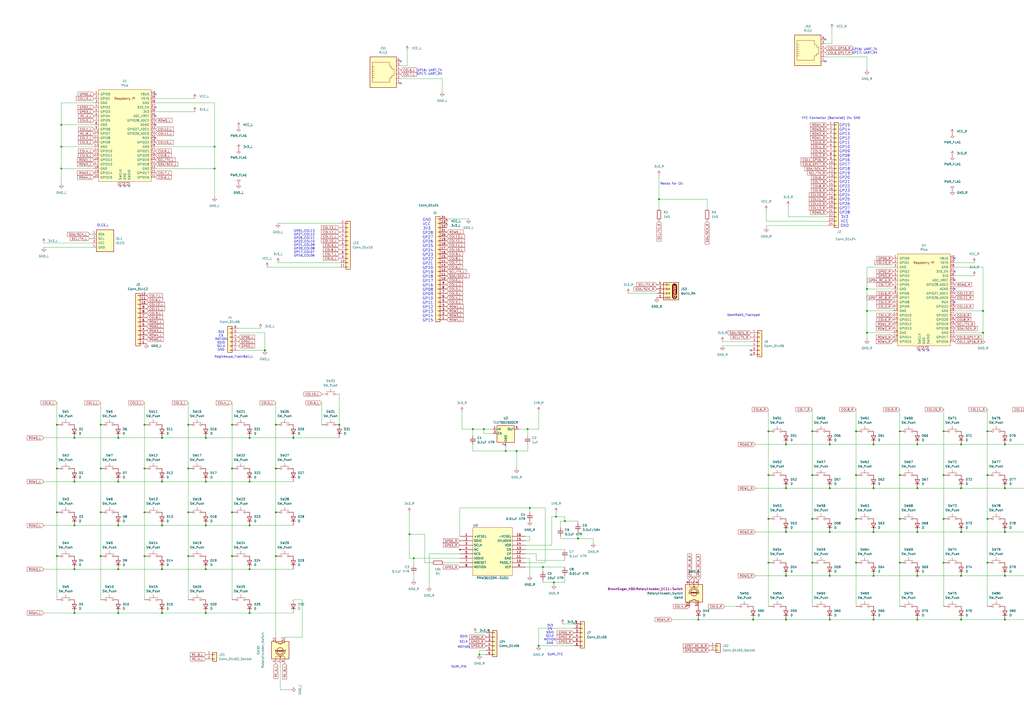
<source format=kicad_sch>
(kicad_sch (version 20250114) (generator "eeschema") (generator_version "9.0")
  (paper "A2")
  (text "MOTION" (at 268.986 375.412 0) (effects (font (size 1.27 1.27))))
  (text "Resist for i2c" (at 389.636 106.68 0) (effects (font (size 1.27 1.27))))
  (text "GeekRabit_Trackpad" (at 431.292 182.88 0) (effects (font (size 1.27 1.27))))
  (text "GND                                                                                 \nVCC                                                                                 \n3V3                                                                                 \nGP28                                                                                \nGP27                                                                                \nGP26                                                                                \nGP25                                                                                \nGP24                                                                                \nGP23                                                                                \nGP22                                                                                \nGP21                                                                                \nGP20                                                                                \nGP19                                                                                \nGP18                                                                                \nGP17                                                                                \nGP16                                                                                \nGP08                                                                                \nGP09                                                                                \nGP10                                                                                \nGP11                                                                                \nGP12                                                                                \nGP13                                                                                \nGP14                                                                                \nGP15                                                                                \n" (at 296.164 156.718 0) (effects (font (size 1.5748 1.5748))))
  (text "SDIO" (at 268.986 369.316 0) (effects (font (size 1.27 1.27))))
  (text "SCLK\n" (at 268.986 372.364 0) (effects (font (size 1.27 1.27))))
  (text "SUMI_PIN" (at 266.192 386.842 0) (effects (font (size 1.27 1.27))))
  (text "OLED_L" (at 59.69 130.81 0) (effects (font (size 1.27 1.27))))
  (text "GP16: UART_TX\nGP17: UART_RX" (at 249.174 41.91 0) (effects (font (size 1.27 1.27))))
  (text "FFC Connector (Backside) 24: GND" (at 482.092 68.58 0) (effects (font (size 1.27 1.27))))
  (text "GP01_COL13\nGP27_COL12\nGP26_COL11\nGP22_COL10\nGP21_COL09\nGP20_COL08\nGP17_COL07\nGP16_COL06" (at 176.53 141.224 0) (effects (font (size 1.27 1.27))))
  (text "SUMI_FFC" (at 322.072 379.73 0) (effects (font (size 1.27 1.27))))
  (text "GP16: UART_TX\nGP17: UART_RX" (at 501.65 29.718 0) (effects (font (size 1.27 1.27))))
  (text "GP15\nGP14\nGP13\nGP12\nGP11\nGP10\nGP09\nGP08\nGP16\nGP17\nGP18\nGP19\nGP20\nGP21\nGP22\nGP23\nGP24\nGP25\nGP26\nGP27\nGP28\n3V3\nVCC\nGND\n" (at 489.966 101.854 0) (effects (font (size 1.5748 1.5748))))
  (text "OLED_L" (at 645.16 96.52 0) (effects (font (size 1.27 1.27))))
  (text "3V3\nCS\nMOTION\nSDIO\nSCLK\nGND" (at 128.27 197.866 0) (effects (font (size 1.27 1.27))))
  (text "Nogikesuya_TrackBall_L" (at 135.636 207.01 0) (effects (font (size 1.27 1.27))))
  (text "3V3\nCS\nSDIO\nSCLK\nMOTION\nGND" (at 319.024 368.046 0) (effects (font (size 1.27 1.27))))
  (junction (at 582.93 359.41))
  (junction (at 532.13 359.41))
  (junction (at 33.02 271.78))
  (junction (at 608.33 257.81))
  (junction (at 455.93 359.41))
  (junction (at 109.22 271.78))
  (junction (at 582.93 334.01))
  (junction (at 160.02 271.78))
  (junction (at 83.82 297.18))
  (junction (at 532.13 257.81))
  (junction (at 570.23 180.34))
  (junction (at 35.56 72.39))
  (junction (at 58.42 271.78))
  (junction (at 293.37 261.62))
  (junction (at 35.56 97.79))
  (junction (at 623.57 300.99))
  (junction (at 455.93 257.81))
  (junction (at 144.78 279.4))
  (junction (at 144.78 304.8))
  (junction (at 144.78 254))
  (junction (at 598.17 275.59))
  (junction (at 134.62 297.18))
  (junction (at 572.77 326.39))
  (junction (at 582.93 257.81))
  (junction (at 109.22 297.18))
  (junction (at 502.92 193.04))
  (junction (at 33.02 322.58))
  (junction (at 160.02 297.18))
  (junction (at 598.17 250.19))
  (junction (at 445.77 275.59))
  (junction (at 124.46 97.79))
  (junction (at 506.73 359.41))
  (junction (at 445.77 300.99))
  (junction (at 532.13 334.01))
  (junction (at 382.27 115.57))
  (junction (at 572.77 300.99))
  (junction (at 119.38 355.6))
  (junction (at 83.82 271.78))
  (junction (at 237.49 309.88))
  (junction (at 471.17 326.39))
  (junction (at 68.58 330.2))
  (junction (at 33.02 297.18))
  (junction (at 33.02 246.38))
  (junction (at 455.93 283.21))
  (junction (at 93.98 355.6))
  (junction (at 93.98 330.2))
  (junction (at 109.22 246.38))
  (junction (at 83.82 322.58))
  (junction (at 43.18 279.4))
  (junction (at 582.93 308.61))
  (junction (at 58.42 297.18))
  (junction (at 455.93 308.61))
  (junction (at 582.93 283.21))
  (junction (at 93.98 279.4))
  (junction (at 572.77 250.19))
  (junction (at 547.37 250.19))
  (junction (at 134.62 271.78))
  (junction (at 506.73 334.01))
  (junction (at 119.38 304.8))
  (junction (at 160.02 246.38))
  (junction (at 43.18 330.2))
  (junction (at 321.31 337.82))
  (junction (at 119.38 254))
  (junction (at 502.92 167.64))
  (junction (at 314.96 328.93))
  (junction (at 547.37 326.39))
  (junction (at 557.53 257.81))
  (junction (at 608.33 334.01))
  (junction (at 608.33 308.61))
  (junction (at 274.32 248.92))
  (junction (at 436.88 359.41))
  (junction (at 481.33 359.41))
  (junction (at 35.56 85.09))
  (junction (at 93.98 304.8))
  (junction (at 306.07 248.92))
  (junction (at 312.42 374.65))
  (junction (at 481.33 283.21))
  (junction (at 134.62 322.58))
  (junction (at 445.77 250.19))
  (junction (at 496.57 326.39))
  (junction (at 481.33 308.61))
  (junction (at 144.78 330.2))
  (junction (at 109.22 322.58))
  (junction (at 598.17 300.99))
  (junction (at 455.93 334.01))
  (junction (at 68.58 279.4))
  (junction (at 153.67 203.2))
  (junction (at 278.13 379.73))
  (junction (at 496.57 250.19))
  (junction (at 280.67 248.92))
  (junction (at 299.72 261.62))
  (junction (at 506.73 283.21))
  (junction (at 557.53 359.41))
  (junction (at 598.17 326.39))
  (junction (at 327.66 302.26))
  (junction (at 608.33 283.21))
  (junction (at 623.57 326.39))
  (junction (at 144.78 355.6))
  (junction (at 623.57 275.59))
  (junction (at 570.23 193.04))
  (junction (at 623.57 250.19))
  (junction (at 445.77 326.39))
  (junction (at 68.58 304.8))
  (junction (at 83.82 246.38))
  (junction (at 502.92 180.34))
  (junction (at 307.34 294.64))
  (junction (at 506.73 308.61))
  (junction (at 58.42 246.38))
  (junction (at 68.58 254))
  (junction (at 547.37 275.59))
  (junction (at 43.18 355.6))
  (junction (at 506.73 257.81))
  (junction (at 196.85 246.38))
  (junction (at 521.97 250.19))
  (junction (at 608.33 359.41))
  (junction (at 160.02 322.58))
  (junction (at 335.28 312.42))
  (junction (at 521.97 275.59))
  (junction (at 119.38 330.2))
  (junction (at 521.97 300.99))
  (junction (at 170.18 254))
  (junction (at 58.42 322.58))
  (junction (at 557.53 334.01))
  (junction (at 43.18 254))
  (junction (at 481.33 334.01))
  (junction (at 547.37 300.99))
  (junction (at 496.57 275.59))
  (junction (at 240.03 323.85))
  (junction (at 322.58 299.72))
  (junction (at 471.17 250.19))
  (junction (at 119.38 279.4))
  (junction (at 496.57 300.99))
  (junction (at 532.13 308.61))
  (junction (at 43.18 304.8))
  (junction (at 557.53 283.21))
  (junction (at 471.17 275.59))
  (junction (at 68.58 355.6))
  (junction (at 521.97 326.39))
  (junction (at 557.53 308.61))
  (junction (at 124.46 85.09))
  (junction (at 405.13 359.41))
  (junction (at 481.33 257.81))
  (junction (at 532.13 283.21))
  (junction (at 572.77 275.59))
  (junction (at 134.62 246.38))
  (junction (at 471.17 300.99))
  (junction (at 93.98 254))
  (no_connect (at 478.79 22.86))
  (no_connect (at 533.4 203.2))
  (no_connect (at 72.39 107.95))
  (no_connect (at 90.17 67.31))
  (no_connect (at 232.41 35.56))
  (no_connect (at 553.72 162.56))
  (no_connect (at 435.61 205.74))
  (no_connect (at 232.41 48.26))
  (no_connect (at 90.17 80.01))
  (no_connect (at 535.94 203.2))
  (no_connect (at 90.17 54.61))
  (no_connect (at 478.79 35.56))
  (no_connect (at 74.93 107.95))
  (no_connect (at 553.72 167.64))
  (no_connect (at 69.85 107.95))
  (no_connect (at 90.17 72.39))
  (no_connect (at 553.72 175.26))
  (no_connect (at 90.17 62.23))
  (no_connect (at 435.61 203.2))
  (no_connect (at 553.72 157.48))
  (no_connect (at 538.48 203.2))
  (no_connect (at 553.72 149.86))
  (wire (pts (xy 52.07 138.43) (xy 53.34 138.43)))
  (wire (pts (xy 553.72 180.34) (xy 570.23 180.34)))
  (wire (pts (xy 35.56 59.69) (xy 35.56 72.39)))
  (wire (pts (xy 481.33 334.01) (xy 506.73 334.01)))
  (wire (pts (xy 598.17 326.39) (xy 598.17 351.79)))
  (wire (pts (xy 154.94 154.94) (xy 196.85 154.94)))
  (wire (pts (xy 124.46 59.69) (xy 124.46 85.09)))
  (wire (pts (xy 506.73 283.21) (xy 532.13 283.21)))
  (wire (pts (xy 547.37 250.19) (xy 547.37 275.59)))
  (wire (pts (xy 119.38 355.6) (xy 144.78 355.6)))
  (wire (pts (xy 274.32 248.92) (xy 274.32 252.73)))
  (wire (pts (xy 314.96 328.93) (xy 314.96 331.47)))
  (wire (pts (xy 316.23 326.39) (xy 304.8 326.39)))
  (wire (pts (xy 582.93 257.81) (xy 608.33 257.81)))
  (wire (pts (xy 405.13 359.41) (xy 436.88 359.41)))
  (wire (pts (xy 124.46 97.79) (xy 124.46 114.3)))
  (wire (pts (xy 481.33 359.41) (xy 506.73 359.41)))
  (wire (pts (xy 480.06 125.73) (xy 457.2 125.73)))
  (wire (pts (xy 445.77 275.59) (xy 445.77 300.99)))
  (wire (pts (xy 68.58 279.4) (xy 93.98 279.4)))
  (wire (pts (xy 307.34 294.64) (xy 316.23 294.64)))
  (wire (pts (xy 304.8 311.15) (xy 307.34 311.15)))
  (wire (pts (xy 455.93 359.41) (xy 481.33 359.41)))
  (wire (pts (xy 382.27 101.6) (xy 382.27 115.57)))
  (wire (pts (xy 307.34 294.64) (xy 307.34 297.18)))
  (wire (pts (xy 623.57 250.19) (xy 623.57 275.59)))
  (wire (pts (xy 257.81 326.39) (xy 266.7 326.39)))
  (wire (pts (xy 119.38 330.2) (xy 144.78 330.2)))
  (wire (pts (xy 160.02 233.68) (xy 160.02 246.38)))
  (wire (pts (xy 186.69 233.68) (xy 186.69 246.38)))
  (wire (pts (xy 33.02 297.18) (xy 33.02 322.58)))
  (wire (pts (xy 321.31 337.82) (xy 327.66 337.82)))
  (wire (pts (xy 196.85 228.6) (xy 196.85 246.38)))
  (wire (pts (xy 608.33 308.61) (xy 633.73 308.61)))
  (wire (pts (xy 532.13 257.81) (xy 557.53 257.81)))
  (wire (pts (xy 165.1 369.57) (xy 175.26 369.57)))
  (wire (pts (xy 389.89 359.41) (xy 405.13 359.41)))
  (wire (pts (xy 322.58 299.72) (xy 327.66 299.72)))
  (wire (pts (xy 420.37 351.79) (xy 426.72 351.79)))
  (wire (pts (xy 502.92 154.94) (xy 502.92 167.64)))
  (wire (pts (xy 502.92 180.34) (xy 518.16 180.34)))
  (wire (pts (xy 68.58 254) (xy 93.98 254)))
  (wire (pts (xy 35.56 97.79) (xy 54.61 97.79)))
  (wire (pts (xy 521.97 300.99) (xy 521.97 326.39)))
  (wire (pts (xy 320.04 299.72) (xy 322.58 299.72)))
  (wire (pts (xy 565.15 160.02) (xy 553.72 160.02)))
  (wire (pts (xy 160.02 297.18) (xy 160.02 322.58)))
  (wire (pts (xy 582.93 334.01) (xy 608.33 334.01)))
  (wire (pts (xy 532.13 283.21) (xy 557.53 283.21)))
  (wire (pts (xy 58.42 233.68) (xy 58.42 246.38)))
  (wire (pts (xy 502.92 193.04) (xy 502.92 196.85)))
  (wire (pts (xy 444.5 121.92) (xy 444.5 128.27)))
  (wire (pts (xy 306.07 257.81) (xy 306.07 261.62)))
  (wire (pts (xy 119.38 279.4) (xy 144.78 279.4)))
  (wire (pts (xy 327.66 302.26) (xy 335.28 302.26)))
  (wire (pts (xy 557.53 359.41) (xy 582.93 359.41)))
  (wire (pts (xy 236.22 29.21) (xy 236.22 38.1)))
  (wire (pts (xy 162.56 384.81) (xy 162.56 400.05)))
  (wire (pts (xy 332.74 364.49) (xy 312.42 364.49)))
  (wire (pts (xy 311.15 321.31) (xy 304.8 321.31)))
  (wire (pts (xy 248.92 340.36) (xy 248.92 321.31)))
  (wire (pts (xy 83.82 297.18) (xy 83.82 322.58)))
  (wire (pts (xy 335.28 303.53) (xy 335.28 302.26)))
  (wire (pts (xy 43.18 330.2) (xy 68.58 330.2)))
  (wire (pts (xy 306.07 248.92) (xy 312.42 248.92)))
  (wire (pts (xy 299.72 261.62) (xy 299.72 271.78)))
  (wire (pts (xy 557.53 308.61) (xy 582.93 308.61)))
  (wire (pts (xy 608.33 334.01) (xy 633.73 334.01)))
  (wire (pts (xy 256.54 45.72) (xy 256.54 53.34)))
  (wire (pts (xy 35.56 97.79) (xy 35.56 106.68)))
  (wire (pts (xy 134.62 297.18) (xy 134.62 322.58)))
  (wire (pts (xy 83.82 322.58) (xy 83.82 347.98)))
  (wire (pts (xy 532.13 334.01) (xy 557.53 334.01)))
  (wire (pts (xy 482.6 25.4) (xy 478.79 25.4)))
  (wire (pts (xy 438.15 334.01) (xy 455.93 334.01)))
  (wire (pts (xy 478.79 33.02) (xy 502.92 33.02)))
  (wire (pts (xy 570.23 154.94) (xy 570.23 180.34)))
  (wire (pts (xy 314.96 328.93) (xy 327.66 328.93)))
  (wire (pts (xy 471.17 326.39) (xy 471.17 351.79)))
  (wire (pts (xy 598.17 300.99) (xy 598.17 326.39)))
  (wire (pts (xy 610.87 106.68) (xy 638.81 106.68)))
  (wire (pts (xy 109.22 271.78) (xy 109.22 297.18)))
  (wire (pts (xy 314.96 336.55) (xy 314.96 337.82)))
  (wire (pts (xy 83.82 233.68) (xy 83.82 246.38)))
  (wire (pts (xy 90.17 85.09) (xy 124.46 85.09)))
  (wire (pts (xy 598.17 275.59) (xy 598.17 300.99)))
  (wire (pts (xy 521.97 237.49) (xy 521.97 250.19)))
  (wire (pts (xy 553.72 154.94) (xy 570.23 154.94)))
  (wire (pts (xy 293.37 261.62) (xy 293.37 259.08)))
  (wire (pts (xy 332.74 361.95) (xy 326.39 361.95)))
  (wire (pts (xy 335.28 312.42) (xy 344.17 312.42)))
  (wire (pts (xy 547.37 237.49) (xy 547.37 250.19)))
  (wire (pts (xy 521.97 326.39) (xy 521.97 351.79)))
  (wire (pts (xy 444.5 130.81) (xy 480.06 130.81)))
  (wire (pts (xy 138.43 190.5) (xy 151.13 190.5)))
  (wire (pts (xy 382.27 120.65) (xy 382.27 115.57)))
  (wire (pts (xy 471.17 275.59) (xy 471.17 300.99)))
  (wire (pts (xy 58.42 271.78) (xy 58.42 297.18)))
  (wire (pts (xy 83.82 271.78) (xy 83.82 297.18)))
  (wire (pts (xy 119.38 304.8) (xy 144.78 304.8)))
  (wire (pts (xy 327.66 337.82) (xy 327.66 334.01)))
  (wire (pts (xy 278.13 377.19) (xy 278.13 379.73)))
  (wire (pts (xy 364.49 170.18) (xy 381 170.18)))
  (wire (pts (xy 240.03 323.85) (xy 240.03 327.66)))
  (wire (pts (xy 35.56 59.69) (xy 54.61 59.69)))
  (wire (pts (xy 237.49 323.85) (xy 240.03 323.85)))
  (wire (pts (xy 608.33 359.41) (xy 633.73 359.41)))
  (wire (pts (xy 33.02 233.68) (xy 33.02 246.38)))
  (wire (pts (xy 557.53 257.81) (xy 582.93 257.81)))
  (wire (pts (xy 35.56 85.09) (xy 35.56 97.79)))
  (wire (pts (xy 572.77 237.49) (xy 572.77 250.19)))
  (wire (pts (xy 144.78 355.6) (xy 170.18 355.6)))
  (wire (pts (xy 321.31 337.82) (xy 321.31 339.09)))
  (wire (pts (xy 266.7 311.15) (xy 266.7 294.64)))
  (wire (pts (xy 285.75 248.92) (xy 280.67 248.92)))
  (wire (pts (xy 572.77 250.19) (xy 572.77 275.59)))
  (wire (pts (xy 322.58 297.18) (xy 322.58 299.72)))
  (wire (pts (xy 608.33 257.81) (xy 633.73 257.81)))
  (wire (pts (xy 557.53 283.21) (xy 582.93 283.21)))
  (wire (pts (xy 25.4 143.51) (xy 53.34 143.51)))
  (wire (pts (xy 312.42 374.65) (xy 332.74 374.65)))
  (wire (pts (xy 304.8 323.85) (xy 307.34 323.85)))
  (wire (pts (xy 52.07 135.89) (xy 53.34 135.89)))
  (wire (pts (xy 312.42 248.92) (xy 312.42 238.76)))
  (wire (pts (xy 608.33 283.21) (xy 633.73 283.21)))
  (wire (pts (xy 419.1 200.66) (xy 435.61 200.66)))
  (wire (pts (xy 161.29 152.4) (xy 196.85 152.4)))
  (wire (pts (xy 134.62 322.58) (xy 134.62 347.98)))
  (wire (pts (xy 93.98 330.2) (xy 119.38 330.2)))
  (wire (pts (xy 304.8 316.23) (xy 320.04 316.23)))
  (wire (pts (xy 496.57 275.59) (xy 496.57 300.99)))
  (wire (pts (xy 438.15 308.61) (xy 455.93 308.61)))
  (wire (pts (xy 481.33 283.21) (xy 506.73 283.21)))
  (wire (pts (xy 33.02 271.78) (xy 33.02 297.18)))
  (wire (pts (xy 35.56 72.39) (xy 35.56 85.09)))
  (wire (pts (xy 327.66 325.12) (xy 327.66 323.85)))
  (wire (pts (xy 248.92 321.31) (xy 266.7 321.31)))
  (wire (pts (xy 160.02 271.78) (xy 160.02 297.18)))
  (wire (pts (xy 293.37 261.62) (xy 299.72 261.62)))
  (wire (pts (xy 35.56 72.39) (xy 54.61 72.39)))
  (wire (pts (xy 502.92 167.64) (xy 518.16 167.64)))
  (wire (pts (xy 482.6 16.51) (xy 482.6 25.4)))
  (wire (pts (xy 90.17 97.79) (xy 124.46 97.79)))
  (wire (pts (xy 109.22 233.68) (xy 109.22 246.38)))
  (wire (pts (xy 335.28 308.61) (xy 335.28 312.42)))
  (wire (pts (xy 327.66 299.72) (xy 327.66 302.26)))
  (wire (pts (xy 175.26 347.98) (xy 170.18 347.98)))
  (wire (pts (xy 240.03 332.74) (xy 240.03 336.55)))
  (wire (pts (xy 162.56 400.05) (xy 168.91 400.05)))
  (wire (pts (xy 274.32 261.62) (xy 293.37 261.62)))
  (wire (pts (xy 565.15 152.4) (xy 553.72 152.4)))
  (wire (pts (xy 314.96 337.82) (xy 321.31 337.82)))
  (wire (pts (xy 547.37 326.39) (xy 547.37 351.79)))
  (wire (pts (xy 553.72 193.04) (xy 570.23 193.04)))
  (wire (pts (xy 455.93 283.21) (xy 481.33 283.21)))
  (wire (pts (xy 502.92 180.34) (xy 502.92 193.04)))
  (wire (pts (xy 572.77 300.99) (xy 572.77 326.39)))
  (wire (pts (xy 237.49 297.18) (xy 237.49 309.88)))
  (wire (pts (xy 496.57 237.49) (xy 496.57 250.19)))
  (wire (pts (xy 307.34 323.85) (xy 307.34 334.01)))
  (wire (pts (xy 25.4 254) (xy 43.18 254)))
  (wire (pts (xy 246.38 326.39) (xy 246.38 309.88)))
  (wire (pts (xy 93.98 355.6) (xy 119.38 355.6)))
  (wire (pts (xy 33.02 246.38) (xy 33.02 271.78)))
  (wire (pts (xy 502.92 167.64) (xy 502.92 180.34)))
  (wire (pts (xy 153.67 203.2) (xy 138.43 203.2)))
  (wire (pts (xy 160.02 322.58) (xy 160.02 369.57)))
  (wire (pts (xy 266.7 294.64) (xy 307.34 294.64)))
  (wire (pts (xy 610.87 109.22) (xy 638.81 109.22)))
  (wire (pts (xy 436.88 359.41) (xy 455.93 359.41)))
  (wire (pts (xy 496.57 300.99) (xy 496.57 326.39)))
  (wire (pts (xy 144.78 254) (xy 170.18 254)))
  (wire (pts (xy 281.94 367.03) (xy 275.59 367.03)))
  (wire (pts (xy 161.29 129.54) (xy 196.85 129.54)))
  (wire (pts (xy 410.21 120.65) (xy 410.21 115.57)))
  (wire (pts (xy 598.17 250.19) (xy 598.17 275.59)))
  (wire (pts (xy 582.93 283.21) (xy 608.33 283.21)))
  (wire (pts (xy 506.73 359.41) (xy 532.13 359.41)))
  (wire (pts (xy 623.57 275.59) (xy 623.57 300.99)))
  (wire (pts (xy 506.73 308.61) (xy 532.13 308.61)))
  (wire (pts (xy 532.13 359.41) (xy 557.53 359.41)))
  (wire (pts (xy 267.97 248.92) (xy 267.97 238.76)))
  (wire (pts (xy 68.58 304.8) (xy 93.98 304.8)))
  (wire (pts (xy 471.17 250.19) (xy 471.17 275.59)))
  (wire (pts (xy 58.42 322.58) (xy 58.42 347.98)))
  (wire (pts (xy 237.49 309.88) (xy 237.49 323.85)))
  (wire (pts (xy 280.67 248.92) (xy 274.32 248.92)))
  (wire (pts (xy 444.5 132.08) (xy 444.5 130.81)))
  (wire (pts (xy 481.33 257.81) (xy 506.73 257.81)))
  (wire (pts (xy 316.23 294.64) (xy 316.23 326.39)))
  (wire (pts (xy 572.77 275.59) (xy 572.77 300.99)))
  (wire (pts (xy 506.73 257.81) (xy 532.13 257.81)))
  (wire (pts (xy 300.99 248.92) (xy 306.07 248.92)))
  (wire (pts (xy 43.18 355.6) (xy 68.58 355.6)))
  (wire (pts (xy 134.62 271.78) (xy 134.62 297.18)))
  (wire (pts (xy 138.43 193.04) (xy 153.67 193.04)))
  (wire (pts (xy 109.22 297.18) (xy 109.22 322.58)))
  (wire (pts (xy 570.23 180.34) (xy 570.23 193.04)))
  (wire (pts (xy 175.26 369.57) (xy 175.26 347.98)))
  (wire (pts (xy 304.8 318.77) (xy 327.66 318.77)))
  (wire (pts (xy 438.15 283.21) (xy 455.93 283.21)))
  (wire (pts (xy 521.97 275.59) (xy 521.97 300.99)))
  (wire (pts (xy 623.57 300.99) (xy 623.57 326.39)))
  (wire (pts (xy 160.02 246.38) (xy 160.02 271.78)))
  (wire (pts (xy 637.54 101.6) (xy 638.81 101.6)))
  (wire (pts (xy 382.27 115.57) (xy 410.21 115.57)))
  (wire (pts (xy 547.37 300.99) (xy 547.37 326.39)))
  (wire (pts (xy 271.78 127) (xy 259.08 127)))
  (wire (pts (xy 93.98 304.8) (xy 119.38 304.8)))
  (wire (pts (xy 481.33 308.61) (xy 506.73 308.61)))
  (wire (pts (xy 502.92 33.02) (xy 502.92 40.64)))
  (wire (pts (xy 240.03 323.85) (xy 266.7 323.85)))
  (wire (pts (xy 444.5 128.27) (xy 480.06 128.27)))
  (wire (pts (xy 623.57 326.39) (xy 623.57 351.79)))
  (wire (pts (xy 325.12 312.42) (xy 335.28 312.42)))
  (wire (pts (xy 455.93 308.61) (xy 481.33 308.61)))
  (wire (pts (xy 637.54 104.14) (xy 638.81 104.14)))
  (wire (pts (xy 311.15 325.12) (xy 311.15 321.31)))
  (wire (pts (xy 43.18 279.4) (xy 68.58 279.4)))
  (wire (pts (xy 521.97 250.19) (xy 521.97 275.59)))
  (wire (pts (xy 274.32 257.81) (xy 274.32 261.62)))
  (wire (pts (xy 623.57 237.49) (xy 623.57 250.19)))
  (wire (pts (xy 307.34 313.69) (xy 304.8 313.69)))
  (wire (pts (xy 124.46 85.09) (xy 124.46 97.79)))
  (wire (pts (xy 307.34 311.15) (xy 307.34 313.69)))
  (wire (pts (xy 124.46 59.69) (xy 90.17 59.69)))
  (wire (pts (xy 471.17 300.99) (xy 471.17 326.39)))
  (wire (pts (xy 25.4 140.97) (xy 53.34 140.97)))
  (wire (pts (xy 83.82 246.38) (xy 83.82 271.78)))
  (wire (pts (xy 43.18 304.8) (xy 68.58 304.8)))
  (wire (pts (xy 502.92 193.04) (xy 518.16 193.04)))
  (wire (pts (xy 532.13 308.61) (xy 557.53 308.61)))
  (wire (pts (xy 419.1 198.12) (xy 435.61 198.12)))
  (wire (pts (xy 25.4 330.2) (xy 43.18 330.2)))
  (wire (pts (xy 325.12 302.26) (xy 325.12 306.07)))
  (wire (pts (xy 570.23 196.85) (xy 570.23 193.04)))
  (wire (pts (xy 170.18 254) (xy 196.85 254)))
  (wire (pts (xy 325.12 311.15) (xy 325.12 312.42)))
  (wire (pts (xy 153.67 193.04) (xy 153.67 203.2)))
  (wire (pts (xy 68.58 330.2) (xy 93.98 330.2)))
  (wire (pts (xy 144.78 304.8) (xy 170.18 304.8)))
  (wire (pts (xy 306.07 261.62) (xy 299.72 261.62)))
  (wire (pts (xy 445.77 326.39) (xy 445.77 351.79)))
  (wire (pts (xy 232.41 45.72) (xy 256.54 45.72)))
  (wire (pts (xy 25.4 279.4) (xy 43.18 279.4)))
  (wire (pts (xy 25.4 355.6) (xy 43.18 355.6)))
  (wire (pts (xy 518.16 154.94) (xy 502.92 154.94)))
  (wire (pts (xy 327.66 325.12) (xy 311.15 325.12)))
  (wire (pts (xy 274.32 248.92) (xy 267.97 248.92)))
  (wire (pts (xy 506.73 334.01) (xy 532.13 334.01)))
  (wire (pts (xy 250.19 326.39) (xy 246.38 326.39)))
  (wire (pts (xy 438.15 257.81) (xy 455.93 257.81)))
  (wire (pts (xy 496.57 326.39) (xy 496.57 351.79)))
  (wire (pts (xy 25.4 304.8) (xy 43.18 304.8)))
  (wire (pts (xy 582.93 359.41) (xy 608.33 359.41)))
  (wire (pts (xy 43.18 254) (xy 68.58 254)))
  (wire (pts (xy 144.78 279.4) (xy 170.18 279.4)))
  (wire (pts (xy 246.38 309.88) (xy 237.49 309.88)))
  (wire (pts (xy 344.17 314.96) (xy 344.17 312.42)))
  (wire (pts (xy 90.17 57.15) (xy 113.03 57.15)))
  (wire (pts (xy 109.22 246.38) (xy 109.22 271.78)))
  (wire (pts (xy 598.17 237.49) (xy 598.17 250.19)))
  (wire (pts (xy 93.98 279.4) (xy 119.38 279.4)))
  (wire (pts (xy 134.62 246.38) (xy 134.62 271.78)))
  (wire (pts (xy 457.2 125.73) (xy 457.2 119.38)))
  (wire (pts (xy 90.17 64.77) (xy 113.03 64.77)))
  (wire (pts (xy 496.57 250.19) (xy 496.57 275.59)))
  (wire (pts (xy 109.22 322.58) (xy 109.22 347.98)))
  (wire (pts (xy 281.94 377.19) (xy 278.13 377.19)))
  (wire (pts (xy 236.22 38.1) (xy 232.41 38.1)))
  (wire (pts (xy 33.02 322.58) (xy 33.02 347.98)))
  (wire (pts (xy 68.58 355.6) (xy 93.98 355.6)))
  (wire (pts (xy 455.93 334.01) (xy 481.33 334.01)))
  (wire (pts (xy 557.53 334.01) (xy 582.93 334.01)))
  (wire (pts (xy 285.75 251.46) (xy 280.67 251.46)))
  (wire (pts (xy 144.78 330.2) (xy 170.18 330.2)))
  (wire (pts (xy 134.62 233.68) (xy 134.62 246.38)))
  (wire (pts (xy 304.8 328.93) (xy 314.96 328.93)))
  (wire (pts (xy 312.42 364.49) (xy 312.42 374.65)))
  (wire (pts (xy 582.93 308.61) (xy 608.33 308.61)))
  (wire (pts (xy 278.13 379.73) (xy 281.94 379.73)))
  (wire (pts (xy 58.42 246.38) (xy 58.42 271.78)))
  (wire (pts (xy 93.98 254) (xy 119.38 254)))
  (wire (pts (xy 471.17 237.49) (xy 471.17 250.19)))
  (wire (pts (xy 320.04 316.23) (xy 320.04 299.72)))
  (wire (pts (xy 572.77 326.39) (xy 572.77 351.79)))
  (wire (pts (xy 280.67 251.46) (xy 280.67 248.92)))
  (wire (pts (xy 445.77 237.49) (xy 445.77 250.19)))
  (wire (pts (xy 54.61 85.09) (xy 35.56 85.09)))
  (wire (pts (xy 547.37 275.59) (xy 547.37 300.99)))
  (wire (pts (xy 327.66 302.26) (xy 325.12 302.26)))
  (wire (pts (xy 306.07 248.92) (xy 306.07 252.73)))
  (wire (pts (xy 445.77 300.99) (xy 445.77 326.39)))
  (wire (pts (xy 445.77 250.19) (xy 445.77 275.59)))
  (wire (pts (xy 119.38 254) (xy 144.78 254)))
  (wire (pts (xy 58.42 297.18) (xy 58.42 322.58)))
  (wire (pts (xy 455.93 257.81) (xy 481.33 257.81)))
  (global_label "COL6_L" (shape input) (at 259.08 154.94 0) (property "Intersheetrefs" "${INTERSHEET_REFS}" (effects (hide yes))))
  (global_label "ROW1_R" (shape input) (at 610.87 186.69 0) (property "Intersheetrefs" "${INTERSHEET_REFS}" (effects (hide yes))))
  (global_label "ROW1_R" (shape input) (at 438.15 283.21 180) (property "Intersheetrefs" "${INTERSHEET_REFS}" (effects (hide yes))))
  (global_label "COL2_L" (shape input) (at 83.82 233.68 180) (property "Intersheetrefs" "${INTERSHEET_REFS}" (effects (hide yes))))
  (global_label "COL4_R" (shape input) (at 480.06 85.09 180) (property "Intersheetrefs" "${INTERSHEET_REFS}" (effects (hide yes))))
  (global_label "COL9_L" (shape input) (at 90.17 87.63 0) (property "Intersheetrefs" "${INTERSHEET_REFS}" (effects (hide yes))))
  (global_label "COL0_GP17_R" (shape input) (at 480.06 95.25 180) (property "Intersheetrefs" "${INTERSHEET_REFS}" (effects (hide yes))))
  (global_label "GP02_R" (shape input) (at 281.94 372.11 180) (property "Intersheetrefs" "${INTERSHEET_REFS}" (effects (hide yes))))
  (global_label "ROW2_R" (shape input) (at 480.06 77.47 180) (property "Intersheetrefs" "${INTERSHEET_REFS}" (effects (hide yes))))
  (global_label "ROW2_L" (shape input) (at 85.09 189.23 0) (property "Intersheetrefs" "${INTERSHEET_REFS}" (effects (hide yes))))
  (global_label "COL2_R" (shape input) (at 518.16 175.26 180) (property "Intersheetrefs" "${INTERSHEET_REFS}" (effects (hide yes))))
  (global_label "GP00_L" (shape input) (at 138.43 195.58 0) (property "Intersheetrefs" "${INTERSHEET_REFS}" (effects (hide yes))))
  (global_label "ROW2_R" (shape input) (at 518.16 190.5 180) (property "Intersheetrefs" "${INTERSHEET_REFS}" (effects (hide yes))))
  (global_label "COL8_R" (shape input) (at 496.57 237.49 180) (property "Intersheetrefs" "${INTERSHEET_REFS}" (effects (hide yes))))
  (global_label "COL3_R" (shape input) (at 480.06 87.63 180) (property "Intersheetrefs" "${INTERSHEET_REFS}" (effects (hide yes))))
  (global_label "COL6_L" (shape input) (at 85.09 173.99 0) (property "Intersheetrefs" "${INTERSHEET_REFS}" (effects (hide yes))))
  (global_label "COL7_L" (shape input) (at 232.41 43.18 0) (property "Intersheetrefs" "${INTERSHEET_REFS}" (effects (hide yes))))
  (global_label "COL12_L" (shape input) (at 85.09 176.53 0) (property "Intersheetrefs" "${INTERSHEET_REFS}" (effects (hide yes))))
  (global_label "ROW4_R" (shape input) (at 480.06 72.39 180) (property "Intersheetrefs" "${INTERSHEET_REFS}" (effects (hide yes))))
  (global_label "RE_A_L" (shape input) (at 119.38 382.27 180) (property "Intersheetrefs" "${INTERSHEET_REFS}" (effects (hide yes))))
  (global_label "COL4_L" (shape input) (at 54.61 87.63 180) (property "Intersheetrefs" "${INTERSHEET_REFS}" (effects (hide yes))))
  (global_label "COL6_R" (shape input) (at 445.77 237.49 180) (property "Intersheetrefs" "${INTERSHEET_REFS}" (effects (hide yes))))
  (global_label "COL4_R" (shape input) (at 518.16 182.88 180) (property "Intersheetrefs" "${INTERSHEET_REFS}" (effects (hide yes))))
  (global_label "ROW0_R" (shape input) (at 553.72 165.1 0) (property "Intersheetrefs" "${INTERSHEET_REFS}" (effects (hide yes))))
  (global_label "COL12_L" (shape input) (at 259.08 139.7 0) (property "Intersheetrefs" "${INTERSHEET_REFS}" (effects (hide yes))))
  (global_label "COL2_L" (shape input) (at 54.61 80.01 180) (property "Intersheetrefs" "${INTERSHEET_REFS}" (effects (hide yes))))
  (global_label "COL10_L" (shape input) (at 259.08 144.78 0) (property "Intersheetrefs" "${INTERSHEET_REFS}" (effects (hide yes))))
  (global_label "COL5_L" (shape input) (at 54.61 90.17 180) (property "Intersheetrefs" "${INTERSHEET_REFS}" (effects (hide yes))))
  (global_label "GP04_RE_A_R" (shape input) (at 411.48 377.19 180) (property "Intersheetrefs" "${INTERSHEET_REFS}" (effects (hide yes))))
  (global_label "SCL{slash}TX_R" (shape input) (at 553.72 187.96 0) (property "Intersheetrefs" "${INTERSHEET_REFS}" (effects (hide yes))))
  (global_label "COL8_L" (shape input) (at 85.09 184.15 0) (property "Intersheetrefs" "${INTERSHEET_REFS}" (effects (hide yes))))
  (global_label "ROW0_R" (shape input) (at 610.87 196.85 0) (property "Intersheetrefs" "${INTERSHEET_REFS}" (effects (hide yes))))
  (global_label "RE_A_L" (shape input) (at 160.02 384.81 270) (property "Intersheetrefs" "${INTERSHEET_REFS}" (effects (hide yes))))
  (global_label "GP03_L" (shape input) (at 138.43 200.66 0) (property "Intersheetrefs" "${INTERSHEET_REFS}" (effects (hide yes))))
  (global_label "COL7_L" (shape input) (at 259.08 152.4 0) (property "Intersheetrefs" "${INTERSHEET_REFS}" (effects (hide yes))))
  (global_label "COL1_L" (shape input) (at 58.42 233.68 180) (property "Intersheetrefs" "${INTERSHEET_REFS}" (effects (hide yes))))
  (global_label "COL13_L" (shape input) (at 196.85 132.08 180) (property "Intersheetrefs" "${INTERSHEET_REFS}" (effects (hide yes))))
  (global_label "GP07_RE_B_R" (shape input) (at 518.16 172.72 180) (property "Intersheetrefs" "${INTERSHEET_REFS}" (effects (hide yes))))
  (global_label "GP00_R" (shape input) (at 281.94 369.57 180) (property "Intersheetrefs" "${INTERSHEET_REFS}" (effects (hide yes))))
  (global_label "COL3_L" (shape input) (at 109.22 233.68 180) (property "Intersheetrefs" "${INTERSHEET_REFS}" (effects (hide yes))))
  (global_label "COL1_GP16_R" (shape input) (at 480.06 92.71 180) (property "Intersheetrefs" "${INTERSHEET_REFS}" (effects (hide yes))))
  (global_label "GP03_L" (shape input) (at 54.61 64.77 180) (property "Intersheetrefs" "${INTERSHEET_REFS}" (effects (hide yes))))
  (global_label "COL8_L" (shape input) (at 196.85 144.78 180) (property "Intersheetrefs" "${INTERSHEET_REFS}" (effects (hide yes))))
  (global_label "GP07_RE_B_R" (shape input) (at 400.05 336.55 90) (property "Intersheetrefs" "${INTERSHEET_REFS}" (effects (hide yes))))
  (global_label "SCL{slash}TX_L" (shape input) (at 52.07 138.43 180) (property "Intersheetrefs" "${INTERSHEET_REFS}" (effects (hide yes))))
  (global_label "COL12_R" (shape input) (at 553.72 170.18 0) (property "Intersheetrefs" "${INTERSHEET_REFS}" (effects (hide yes))))
  (global_label "SCL{slash}TX_R" (shape input) (at 382.27 128.27 270) (property "Intersheetrefs" "${INTERSHEET_REFS}" (effects (hide yes))))
  (global_label "COL5_R" (shape input) (at 610.87 184.15 0) (property "Intersheetrefs" "${INTERSHEET_REFS}" (effects (hide yes))))
  (global_label "COL5_R" (shape input) (at 480.06 82.55 180) (property "Intersheetrefs" "${INTERSHEET_REFS}" (effects (hide yes))))
  (global_label "SDA{slash}SCK_R" (shape input) (at 435.61 193.04 180) (property "Intersheetrefs" "${INTERSHEET_REFS}" (effects (hide yes))))
  (global_label "ROW4_R" (shape input) (at 518.16 198.12 180) (property "Intersheetrefs" "${INTERSHEET_REFS}" (effects (hide yes))))
  (global_label "COL13_R" (shape input) (at 518.16 152.4 180) (property "Intersheetrefs" "${INTERSHEET_REFS}" (effects (hide yes))))
  (global_label "RE_B_L" (shape input) (at 165.1 384.81 270) (property "Intersheetrefs" "${INTERSHEET_REFS}" (effects (hide yes))))
  (global_label "GP03_R" (shape input) (at 281.94 374.65 180) (property "Intersheetrefs" "${INTERSHEET_REFS}" (effects (hide yes))))
  (global_label "GP04_RE_A_R" (shape input) (at 518.16 162.56 180) (property "Intersheetrefs" "${INTERSHEET_REFS}" (effects (hide yes))))
  (global_label "COL7_R" (shape input) (at 471.17 237.49 180) (property "Intersheetrefs" "${INTERSHEET_REFS}" (effects (hide yes))))
  (global_label "ROW1_L" (shape input) (at 259.08 177.8 0) (property "Intersheetrefs" "${INTERSHEET_REFS}" (effects (hide yes))))
  (global_label "SDA{slash}SCK_R" (shape input) (at 410.21 128.27 270) (property "Intersheetrefs" "${INTERSHEET_REFS}" (effects (hide yes))))
  (global_label "COL1_GP16_R" (shape input) (at 478.79 27.94 0) (property "Intersheetrefs" "${INTERSHEET_REFS}" (effects (hide yes))))
  (global_label "GP02_R" (shape input) (at 332.74 369.57 180) (property "Intersheetrefs" "${INTERSHEET_REFS}" (effects (hide yes))))
  (global_label "COL7_L" (shape input) (at 90.17 100.33 0) (property "Intersheetrefs" "${INTERSHEET_REFS}" (effects (hide yes))))
  (global_label "COL9_R" (shape input) (at 553.72 182.88 0) (property "Intersheetrefs" "${INTERSHEET_REFS}" (effects (hide yes))))
  (global_label "RE_B_L" (shape input) (at 54.61 77.47 180) (property "Intersheetrefs" "${INTERSHEET_REFS}" (effects (hide yes))))
  (global_label "COL7_R" (shape input) (at 518.16 165.1 180) (property "Intersheetrefs" "${INTERSHEET_REFS}" (effects (hide yes))))
  (global_label "COL10_L" (shape input) (at 186.69 228.6 180) (property "Intersheetrefs" "${INTERSHEET_REFS}" (effects (hide yes))))
  (global_label "COL1_GP16_R" (shape input) (at 553.72 198.12 0) (property "Intersheetrefs" "${INTERSHEET_REFS}" (effects (hide yes))))
  (global_label "COL5_L" (shape input) (at 160.02 233.68 180) (property "Intersheetrefs" "${INTERSHEET_REFS}" (effects (hide yes))))
  (global_label "COL12_L" (shape input) (at 90.17 74.93 0) (property "Intersheetrefs" "${INTERSHEET_REFS}" (effects (hide yes))))
  (global_label "SCL{slash}TX_R" (shape input) (at 480.06 100.33 180) (property "Intersheetrefs" "${INTERSHEET_REFS}" (effects (hide yes))))
  (global_label "COL4_R" (shape input) (at 610.87 181.61 0) (property "Intersheetrefs" "${INTERSHEET_REFS}" (effects (hide yes))))
  (global_label "GP07_RE_B_R" (shape input) (at 411.48 374.65 180) (property "Intersheetrefs" "${INTERSHEET_REFS}" (effects (hide yes))))
  (global_label "COL1_L" (shape input) (at 259.08 165.1 0) (property "Intersheetrefs" "${INTERSHEET_REFS}" (effects (hide yes))))
  (global_label "SCL{slash}TX_R" (shape input) (at 381 165.1 180) (property "Intersheetrefs" "${INTERSHEET_REFS}" (effects (hide yes))))
  (global_label "COL1_L" (shape input) (at 54.61 74.93 180) (property "Intersheetrefs" "${INTERSHEET_REFS}" (effects (hide yes))))
  (global_label "ROW3_R" (shape input) (at 438.15 334.01 180) (property "Intersheetrefs" "${INTERSHEET_REFS}" (effects (hide yes))))
  (global_label "COL6_R" (shape input) (at 480.06 102.87 180) (property "Intersheetrefs" "${INTERSHEET_REFS}" (effects (hide yes))))
  (global_label "ROW4_L" (shape input) (at 85.09 194.31 0) (property "Intersheetrefs" "${INTERSHEET_REFS}" (effects (hide yes))))
  (global_label "COL13_L" (shape input) (at 259.08 137.16 0) (property "Intersheetrefs" "${INTERSHEET_REFS}" (effects (hide yes))))
  (global_label "ROW1_R" (shape input) (at 518.16 187.96 180) (property "Intersheetrefs" "${INTERSHEET_REFS}" (effects (hide yes))))
  (global_label "COL10_R" (shape input) (at 553.72 177.8 0) (property "Intersheetrefs" "${INTERSHEET_REFS}" (effects (hide yes))))
  (global_label "ROW0_L" (shape input) (at 259.08 134.62 0) (property "Intersheetrefs" "${INTERSHEET_REFS}" (effects (hide yes))))
  (global_label "ROW3_L" (shape input) (at 259.08 182.88 0) (property "Intersheetrefs" "${INTERSHEET_REFS}" (effects (hide yes))))
  (global_label "COL0_GP17_R" (shape input) (at 478.79 30.48 0) (property "Intersheetrefs" "${INTERSHEET_REFS}" (effects (hide yes))))
  (global_label "GP02_L" (shape input) (at 138.43 198.12 0) (property "Intersheetrefs" "${INTERSHEET_REFS}" (effects (hide yes))))
  (global_label "COL1_GP16_R" (shape input) (at 610.87 173.99 0) (property "Intersheetrefs" "${INTERSHEET_REFS}" (effects (hide yes))))
  (global_label "COL4_R" (shape input) (at 400.05 351.79 180) (property "Intersheetrefs" "${INTERSHEET_REFS}" (effects (hide yes))))
  (global_label "ROW3_L" (shape input) (at 25.4 330.2 180) (property "Intersheetrefs" "${INTERSHEET_REFS}" (effects (hide yes))))
  (global_label "ROW0_L" (shape input) (at 90.17 69.85 0) (property "Intersheetrefs" "${INTERSHEET_REFS}" (effects (hide yes))))
  (global_label "SDA{slash}SCK_L" (shape input) (at 52.07 135.89 180) (property "Intersheetrefs" "${INTERSHEET_REFS}" (effects (hide yes))))
  (global_label "COL13_L" (shape input) (at 54.61 57.15 180) (property "Intersheetrefs" "${INTERSHEET_REFS}" (effects (hide yes))))
  (global_label "ROW0_L" (shape input) (at 85.09 196.85 0) (property "Intersheetrefs" "${INTERSHEET_REFS}" (effects (hide yes))))
  (global_label "COL11_R" (shape input) (at 572.77 237.49 180) (property "Intersheetrefs" "${INTERSHEET_REFS}" (effects (hide yes))))
  (global_label "ROW4_L" (shape input) (at 54.61 102.87 180) (property "Intersheetrefs" "${INTERSHEET_REFS}" (effects (hide yes))))
  (global_label "SDA{slash}SCK_L" (shape input) (at 90.17 95.25 0) (property "Intersheetrefs" "${INTERSHEET_REFS}" (effects (hide yes))))
  (global_label "GP00_L" (shape input) (at 54.61 54.61 180) (property "Intersheetrefs" "${INTERSHEET_REFS}" (effects (hide yes))))
  (global_label "GP03_R" (shape input) (at 332.74 372.11 180) (property "Intersheetrefs" "${INTERSHEET_REFS}" (effects (hide yes))))
  (global_label "COL12_R" (shape input) (at 480.06 118.11 180) (property "Intersheetrefs" "${INTERSHEET_REFS}" (effects (hide yes))))
  (global_label "COL12_R" (shape input) (at 598.17 237.49 180) (property "Intersheetrefs" "${INTERSHEET_REFS}" (effects (hide yes))))
  (global_label "ROW3_L" (shape input) (at 85.09 191.77 0) (property "Intersheetrefs" "${INTERSHEET_REFS}" (effects (hide yes))))
  (global_label "ROW1_L" (shape input) (at 85.09 186.69 0) (property "Intersheetrefs" "${INTERSHEET_REFS}" (effects (hide yes))))
  (global_label "ROW2_L" (shape input) (at 25.4 304.8 180) (property "Intersheetrefs" "${INTERSHEET_REFS}" (effects (hide yes))))
  (global_label "ROW2_R" (shape input) (at 610.87 189.23 0) (property "Intersheetrefs" "${INTERSHEET_REFS}" (effects (hide yes))))
  (global_label "COL9_L" (shape input) (at 85.09 181.61 0) (property "Intersheetrefs" "${INTERSHEET_REFS}" (effects (hide yes))))
  (global_label "SDA{slash}SCK_R" (shape input) (at 381 167.64 180) (property "Intersheetrefs" "${INTERSHEET_REFS}" (effects (hide yes))))
  (global_label "COL10_L" (shape input) (at 196.85 139.7 180) (property "Intersheetrefs" "${INTERSHEET_REFS}" (effects (hide yes))))
  (global_label "COL9_R" (shape input) (at 480.06 110.49 180) (property "Intersheetrefs" "${INTERSHEET_REFS}" (effects (hide yes))))
  (global_label "ROW4_R" (shape input) (at 389.89 359.41 180) (property "Intersheetrefs" "${INTERSHEET_REFS}" (effects (hide yes))))
  (global_label "COL11_L" (shape input) (at 196.85 137.16 180) (property "Intersheetrefs" "${INTERSHEET_REFS}" (effects (hide yes))))
  (global_label "SDA{slash}SCK_L" (shape input) (at 259.08 160.02 0) (property "Intersheetrefs" "${INTERSHEET_REFS}" (effects (hide yes))))
  (global_label "COL11_L" (shape input) (at 259.08 142.24 0) (property "Intersheetrefs" "${INTERSHEET_REFS}" (effects (hide yes))))
  (global_label "GP02_R" (shape input) (at 266.7 316.23 180) (property "Intersheetrefs" "${INTERSHEET_REFS}" (effects (hide yes))))
  (global_label "COL11_L" (shape input) (at 90.17 77.47 0) (property "Intersheetrefs" "${INTERSHEET_REFS}" (effects (hide yes))))
  (global_label "ROW0_R" (shape input) (at 480.06 123.19 180) (property "Intersheetrefs" "${INTERSHEET_REFS}" (effects (hide yes))))
  (global_label "COL13_R" (shape input) (at 480.06 120.65 180) (property "Intersheetrefs" "${INTERSHEET_REFS}" (effects (hide yes))))
  (global_label "COL8_L" (shape input) (at 259.08 149.86 0) (property "Intersheetrefs" "${INTERSHEET_REFS}" (effects (hide yes))))
  (global_label "GP00_R" (shape input) (at 266.7 313.69 180) (property "Intersheetrefs" "${INTERSHEET_REFS}" (effects (hide yes))))
  (global_label "COL6_L" (shape input) (at 90.17 102.87 0) (property "Intersheetrefs" "${INTERSHEET_REFS}" (effects (hide yes))))
  (global_label "GP03_R" (shape input) (at 266.7 328.93 180) (property "Intersheetrefs" "${INTERSHEET_REFS}" (effects (hide yes))))
  (global_label "COL2_R" (shape input) (at 610.87 176.53 0) (property "Intersheetrefs" "${INTERSHEET_REFS}" (effects (hide yes))))
  (global_label "ROW1_R" (shape input) (at 480.06 80.01 180) (property "Intersheetrefs" "${INTERSHEET_REFS}" (effects (hide yes))))
  (global_label "ROW2_L" (shape input) (at 259.08 180.34 0) (property "Intersheetrefs" "${INTERSHEET_REFS}" (effects (hide yes))))
  (global_label "GP00_R" (shape input) (at 518.16 149.86 180) (property "Intersheetrefs" "${INTERSHEET_REFS}" (effects (hide yes))))
  (global_label "ROW4_L" (shape input) (at 259.08 185.42 0) (property "Intersheetrefs" "${INTERSHEET_REFS}" (effects (hide yes))))
  (global_label "COL0_GP17_R" (shape input) (at 610.87 171.45 0) (property "Intersheetrefs" "${INTERSHEET_REFS}" (effects (hide yes))))
  (global_label "ROW0_R" (shape input) (at 438.15 257.81 180) (property "Intersheetrefs" "${INTERSHEET_REFS}" (effects (hide yes))))
  (global_label "COL6_R" (shape input) (at 518.16 170.18 180) (property "Intersheetrefs" "${INTERSHEET_REFS}" (effects (hide yes))))
  (global_label "COL6_L" (shape input) (at 196.85 149.86 180) (property "Intersheetrefs" "${INTERSHEET_REFS}" (effects (hide yes))))
  (global_label "COL7_R" (shape input) (at 480.06 105.41 180) (property "Intersheetrefs" "${INTERSHEET_REFS}" (effects (hide yes))))
  (global_label "COL5_R" (shape input) (at 420.37 351.79 180) (property "Intersheetrefs" "${INTERSHEET_REFS}" (effects (hide yes))))
  (global_label "ROW0_L" (shape input) (at 25.4 254 180) (property "Intersheetrefs" "${INTERSHEET_REFS}" (effects (hide yes))))
  (global_label "ROW3_R" (shape input) (at 610.87 191.77 0) (property "Intersheetrefs" "${INTERSHEET_REFS}" (effects (hide yes))))
  (global_label "GP03_R" (shape input) (at 518.16 160.02 180) (property "Intersheetrefs" "${INTERSHEET_REFS}" (effects (hide yes))))
  (global_label "COL2_R" (shape input) (at 480.06 90.17 180) (property "Intersheetrefs" "${INTERSHEET_REFS}" (effects (hide yes))))
  (global_label "SCL{slash}TX_L" (shape input) (at 90.17 92.71 0) (property "Intersheetrefs" "${INTERSHEET_REFS}" (effects (hide yes))))
  (global_label "ROW3_L" (shape input) (at 54.61 100.33 180) (property "Intersheetrefs" "${INTERSHEET_REFS}" (effects (hide yes))))
  (global_label "COL3_R" (shape input) (at 518.16 177.8 180) (property "Intersheetrefs" "${INTERSHEET_REFS}" (effects (hide yes))))
  (global_label "GP04_RE_A_R" (shape input) (at 405.13 336.55 90) (property "Intersheetrefs" "${INTERSHEET_REFS}" (effects (hide yes))))
  (global_label "ROW2_R" (shape input) (at 438.15 308.61 180) (property "Intersheetrefs" "${INTERSHEET_REFS}" (effects (hide yes))))
  (global_label "ROW3_R" (shape input) (at 518.16 195.58 180) (property "Intersheetrefs" "${INTERSHEET_REFS}" (effects (hide yes))))
  (global_label "ROW3_R" (shape input) (at 480.06 74.93 180) (property "Intersheetrefs" "${INTERSHEET_REFS}" (effects (hide yes))))
  (global_label "COL0_L" (shape input) (at 54.61 69.85 180) (property "Intersheetrefs" "${INTERSHEET_REFS}" (effects (hide yes))))
  (global_label "COL0_GP17_R" (shape input) (at 553.72 195.58 0) (property "Intersheetrefs" "${INTERSHEET_REFS}" (effects (hide yes))))
  (global_label "COL0_L" (shape input) (at 33.02 233.68 180) (property "Intersheetrefs" "${INTERSHEET_REFS}" (effects (hide yes))))
  (global_label "COL11_R" (shape input) (at 553.72 172.72 0) (property "Intersheetrefs" "${INTERSHEET_REFS}" (effects (hide yes))))
  (global_label "ROW4_R" (shape input) (at 610.87 194.31 0) (property "Intersheetrefs" "${INTERSHEET_REFS}" (effects (hide yes))))
  (global_label "SCL{slash}TX_R" (shape input) (at 637.54 104.14 180) (property "Intersheetrefs" "${INTERSHEET_REFS}" (effects (hide yes))))
  (global_label "SCL{slash}TX_L" (shape input) (at 259.08 157.48 0) (property "Intersheetrefs" "${INTERSHEET_REFS}" (effects (hide yes))))
  (global_label "COL6_L" (shape input) (at 232.41 40.64 0) (property "Intersheetrefs" "${INTERSHEET_REFS}" (effects (hide yes))))
  (global_label "COL12_L" (shape input) (at 196.85 134.62 180) (property "Intersheetrefs" "${INTERSHEET_REFS}" (effects (hide yes))))
  (global_label "SDA{slash}SCK_R" (shape input) (at 553.72 190.5 0) (property "Intersheetrefs" "${INTERSHEET_REFS}" (effects (hide yes))))
  (global_label "COL0_L" (shape input) (at 259.08 162.56 0) (property "Intersheetrefs" "${INTERSHEET_REFS}" (effects (hide yes))))
  (global_label "RE_B_L" (shape input) (at 119.38 379.73 180) (property "Intersheetrefs" "${INTERSHEET_REFS}" (effects (hide yes))))
  (global_label "GP00_R" (shape input) (at 332.74 367.03 180) (property "Intersheetrefs" "${INTERSHEET_REFS}" (effects (hide yes))))
  (global_label "COL5_L" (shape input) (at 259.08 175.26 0) (property "Intersheetrefs" "${INTERSHEET_REFS}" (effects (hide yes))))
  (global_label "COL8_L" (shape input) (at 90.17 90.17 0) (property "Intersheetrefs" "${INTERSHEET_REFS}" (effects (hide yes))))
  (global_label "COL9_R" (shape input) (at 521.97 237.49 180) (property "Intersheetrefs" "${INTERSHEET_REFS}" (effects (hide yes))))
  (global_label "COL10_L" (shape input) (at 90.17 82.55 0) (property "Intersheetrefs" "${INTERSHEET_REFS}" (effects (hide yes))))
  (global_label "GP02_L" (shape input) (at 54.61 62.23 180) (property "Intersheetrefs" "${INTERSHEET_REFS}" (effects (hide yes))))
  (global_label "COL3_L" (shape input) (at 259.08 170.18 0) (property "Intersheetrefs" "${INTERSHEET_REFS}" (effects (hide yes))))
  (global_label "COL3_L" (shape input) (at 54.61 82.55 180) (property "Intersheetrefs" "${INTERSHEET_REFS}" (effects (hide yes))))
  (global_label "COL4_L" (shape input) (at 134.62 233.68 180) (property "Intersheetrefs" "${INTERSHEET_REFS}" (effects (hide yes))))
  (global_label "COL9_L" (shape input) (at 196.85 142.24 180) (property "Intersheetrefs" "${INTERSHEET_REFS}" (effects (hide yes))))
  (global_label "COL11_R" (shape input) (at 480.06 115.57 180) (property "Intersheetrefs" "${INTERSHEET_REFS}" (effects (hide yes))))
  (global_label "SCL{slash}TX_R" (shape input) (at 435.61 195.58 180) (property "Intersheetrefs" "${INTERSHEET_REFS}" (effects (hide yes))))
  (global_label "COL6_L" (shape input) (at 186.69 233.68 180) (property "Intersheetrefs" "${INTERSHEET_REFS}" (effects (hide yes))))
  (global_label "RE_A_L" (shape input) (at 54.61 67.31 180) (property "Intersheetrefs" "${INTERSHEET_REFS}" (effects (hide yes))))
  (global_label "COL8_R" (shape input) (at 480.06 107.95 180) (property "Intersheetrefs" "${INTERSHEET_REFS}" (effects (hide yes))))
  (global_label "COL4_L" (shape input) (at 259.08 172.72 0) (property "Intersheetrefs" "${INTERSHEET_REFS}" (effects (hide yes))))
  (global_label "COL10_R" (shape input) (at 547.37 237.49 180) (property "Intersheetrefs" "${INTERSHEET_REFS}" (effects (hide yes))))
  (global_label "ROW1_L" (shape input) (at 25.4 279.4 180) (property "Intersheetrefs" "${INTERSHEET_REFS}" (effects (hide yes))))
  (global_label "COL5_R" (shape input) (at 518.16 185.42 180) (property "Intersheetrefs" "${INTERSHEET_REFS}" (effects (hide yes))))
  (global_label "ROW2_L" (shape input) (at 54.61 95.25 180) (property "Intersheetrefs" "${INTERSHEET_REFS}" (effects (hide yes))))
  (global_label "COL7_L" (shape input) (at 85.09 171.45 0) (property "Intersheetrefs" "${INTERSHEET_REFS}" (effects (hide yes))))
  (global_label "COL9_L" (shape input) (at 259.08 147.32 0) (property "Intersheetrefs" "${INTERSHEET_REFS}" (effects (hide yes))))
  (global_label "ROW4_L" (shape input) (at 25.4 355.6 180) (property "Intersheetrefs" "${INTERSHEET_REFS}" (effects (hide yes))))
  (global_label "SDA{slash}SCK_R" (shape input) (at 637.54 101.6 180) (property "Intersheetrefs" "${INTERSHEET_REFS}" (effects (hide yes))))
  (global_label "COL2_L" (shape input) (at 259.08 167.64 0) (property "Intersheetrefs" "${INTERSHEET_REFS}" (effects (hide yes))))
  (global_label "SDA{slash}SCK_R" (shape input) (at 480.06 97.79 180) (property "Intersheetrefs" "${INTERSHEET_REFS}" (effects (hide yes))))
  (global_label "COL13_R" (shape input) (at 623.57 237.49 180) (property "Intersheetrefs" "${INTERSHEET_REFS}" (effects (hide yes))))
  (global_label "COL7_L" (shape input) (at 196.85 147.32 180) (property "Intersheetrefs" "${INTERSHEET_REFS}" (effects (hide yes))))
  (global_label "ROW1_L" (shape input) (at 54.61 92.71 180) (property "Intersheetrefs" "${INTERSHEET_REFS}" (effects (hide yes))))
  (global_label "COL10_R" (shape input) (at 480.06 113.03 180) (property "Intersheetrefs" "${INTERSHEET_REFS}" (effects (hide yes))))
  (global_label "GP02_R" (shape input) (at 518.16 157.48 180) (property "Intersheetrefs" "${INTERSHEET_REFS}" (effects (hide yes))))
  (global_label "COL8_R" (shape input) (at 553.72 185.42 0) (property "Intersheetrefs" "${INTERSHEET_REFS}" (effects (hide yes))))
  (global_label "COL3_R" (shape input) (at 610.87 179.07 0) (property "Intersheetrefs" "${INTERSHEET_REFS}" (effects (hide yes))))
  (global_label "COL11_L" (shape input) (at 85.09 179.07 0) (property "Intersheetrefs" "${INTERSHEET_REFS}" (effects (hide yes))))
  (symbol (lib_id "Switch:SW_Push") (at 552.45 275.59 0) (mirror y) (unit 1)
    (property "Reference" "SW72" (at 552.45 267.97 0))
    (property "Value" "SW_Push" (at 552.45 270.51 0))
    (property "Footprint" "Rikkodo_FootPrint:rkd_Asm_ChocV1V2_Hotswap_1u_NM" (effects (hide yes)))
    (property "Description" "Push button switch, generic, two pins" (effects (hide yes)))
  )
  (symbol (lib_id "Switch:SW_Push") (at 552.45 326.39 0) (mirror y) (unit 1)
    (property "Reference" "SW74" (at 552.45 318.77 0))
    (property "Value" "SW_Push" (at 552.45 321.31 0))
    (property "Footprint" "Rikkodo_FootPrint:rkd_Asm_ChocV1V2_Hotswap_1u_NM" (effects (hide yes)))
    (property "Description" "Push button switch, generic, two pins" (effects (hide yes)))
  )
  (symbol (lib_id "power:GND") (at 299.72 271.78 0) (unit 1)
    (property "Reference" "#PWR045" (effects (hide yes)))
    (property "Value" "GND_R" (at 299.72 276.86 0))
    (property "Description" "Power symbol creates a global label with name \"GND\" , ground" (effects (hide yes)))
  )
  (symbol (lib_id "Device:R") (at 382.27 124.46 0) (unit 1)
    (property "Reference" "R2" (at 384.81 123.1899 0) (effects (justify left)))
    (property "Value" "1kΩ" (at 384.81 125.7299 0) (effects (justify left)))
    (property "Footprint" "Resistor_SMD:R_0603_1608Metric" (effects (hide yes)))
  )
  (symbol (lib_id "RPi_Pico:Pico") (at 535.94 173.99 0) (unit 1)
    (property "Reference" "U4" (at 535.94 142.24 0))
    (property "Value" "Pico" (at 535.94 144.78 0))
    (property "Footprint" "Rikkodo_FootPrint:rkd_RPi_Pico_TH_NODBG" (effects (hide yes)))
  )
  (symbol (lib_id "Connector_Generic:Conn_01x02") (at 416.56 374.65 0) (unit 1)
    (property "Reference" "J22" (at 419.1 374.6499 0) (effects (justify left)))
    (property "Value" "Conn_01x02_Socket" (at 419.1 377.1899 0) (effects (justify left)))
    (property "Footprint" "Connector_PinHeader_2.54mm:PinHeader_1x02_P2.54mm_Horizontal" (effects (hide yes)))
    (property "Description" "Generic connector, single row, 01x02, script generated (kicad-library-utils/schlib/autogen/connector/)" (effects (hide yes)))
  )
  (symbol (lib_id "Switch:SW_Push") (at 450.85 326.39 0) (mirror y) (unit 1)
    (property "Reference" "SW54" (at 450.85 318.77 0))
    (property "Value" "SW_Push" (at 450.85 321.31 0))
    (property "Footprint" "Rikkodo_FootPrint:rkd_Asm_ChocV1V2_Hotswap_1u_NM" (effects (hide yes)))
    (property "Description" "Push button switch, generic, two pins" (effects (hide yes)))
  )
  (symbol (lib_id "Device:C_Small") (at 306.07 255.27 0) (unit 1)
    (property "Reference" "C2" (at 308.61 254.0062 0) (effects (justify left)))
    (property "Value" "1uF" (at 308.61 256.5462 0) (effects (justify left)))
    (property "Footprint" "Capacitor_SMD:C_0805_2012Metric_Pad1.18x1.45mm_HandSolder" (effects (hide yes)))
    (property "Datasheet" "https://www.zaikostore.com/zaikostore/stockDetail?productIdOfHitotsukara=pr15192734&productName_forFind=MSASL219SB5105KTNA01+(LMK212BJ105KD-T)&typeStock_forFind=all" (effects (hide yes)))
    (property "Description" "Unpolarized capacitor, small symbol" (effects (hide yes)))
  )
  (symbol (lib_id "Device:D") (at 119.38 326.39 90) (unit 1)
    (property "Reference" "D19" (at 121.92 325.1199 90) (effects (justify right)))
    (property "Value" "D" (at 121.92 327.6599 90) (effects (justify right)))
    (property "Footprint" "kbd_Parts:Diode_SMD" (effects (hide yes)))
    (property "Description" "Diode" (effects (hide yes)))
    (property "Sim.Device" "D" (effects (hide yes)))
    (property "Sim.Pins" "1=K 2=A" (effects (hide yes)))
  )
  (symbol (lib_id "power:+3.3V") (at 237.49 297.18 0) (unit 1)
    (property "Reference" "#PWR024" (effects (hide yes)))
    (property "Value" "3v3_R" (at 237.49 292.1 0))
    (property "Description" "Power symbol creates a global label with name \"+3.3V\"" (effects (hide yes)))
  )
  (symbol (lib_id "Device:C_Small") (at 240.03 330.2 0) (mirror y) (unit 1)
    (property "Reference" "C3" (at 237.49 328.9362 0) (effects (justify left)))
    (property "Value" "0.1uF X7R" (at 237.49 331.4762 0) (effects (justify left)))
    (property "Footprint" "Capacitor_SMD:C_0805_2012Metric_Pad1.18x1.45mm_HandSolder" (effects (hide yes)))
    (property "Datasheet" "https://www.zaikostore.com/zaikostore/stockDetail?productIdOfHitotsukara=pr18030662&productName_forFind=C0805C104J5RACAUTO&typeStock_forFind=all" (effects (hide yes)))
    (property "Description" "Unpolarized capacitor, small symbol" (effects (hide yes)))
  )
  (symbol (lib_id "power:VCC") (at 113.03 57.15 0) (unit 1)
    (property "Reference" "#PWR012" (effects (hide yes)))
    (property "Value" "VCC_L" (at 115.57 55.8799 0) (effects (justify left)))
    (property "Description" "Power symbol creates a global label with name \"VCC\"" (effects (hide yes)))
  )
  (symbol (lib_id "Switch:SW_Push") (at 527.05 300.99 0) (mirror y) (unit 1)
    (property "Reference" "SW68" (at 527.05 293.37 0))
    (property "Value" "SW_Push" (at 527.05 295.91 0))
    (property "Footprint" "Rikkodo_FootPrint:rkd_Asm_ChocV1V2_Hotswap_1u_NM" (effects (hide yes)))
    (property "Description" "Push button switch, generic, two pins" (effects (hide yes)))
  )
  (symbol (lib_id "Device:D") (at 506.73 304.8 90) (unit 1)
    (property "Reference" "D63" (at 509.27 303.5299 90) (effects (justify right)))
    (property "Value" "D" (at 509.27 306.0699 90) (effects (justify right)))
    (property "Footprint" "kbd_Parts:Diode_SMD" (effects (hide yes)))
    (property "Description" "Diode" (effects (hide yes)))
    (property "Sim.Device" "D" (effects (hide yes)))
    (property "Sim.Pins" "1=K 2=A" (effects (hide yes)))
  )
  (symbol (lib_id "Device:D") (at 43.18 300.99 90) (unit 1)
    (property "Reference" "D3" (at 45.72 299.7199 90) (effects (justify right)))
    (property "Value" "D" (at 45.72 302.2599 90) (effects (justify right)))
    (property "Footprint" "kbd_Parts:Diode_SMD" (effects (hide yes)))
    (property "Description" "Diode" (effects (hide yes)))
    (property "Sim.Device" "D" (effects (hide yes)))
    (property "Sim.Pins" "1=K 2=A" (effects (hide yes)))
  )
  (symbol (lib_id "Device:D") (at 119.38 275.59 90) (unit 1)
    (property "Reference" "D17" (at 121.92 274.3199 90) (effects (justify right)))
    (property "Value" "D" (at 121.92 276.8599 90) (effects (justify right)))
    (property "Footprint" "kbd_Parts:Diode_SMD" (effects (hide yes)))
    (property "Description" "Diode" (effects (hide yes)))
    (property "Sim.Device" "D" (effects (hide yes)))
    (property "Sim.Pins" "1=K 2=A" (effects (hide yes)))
  )
  (symbol (lib_id "Switch:SW_Push") (at 165.1 271.78 0) (mirror y) (unit 1)
    (property "Reference" "SW27" (at 165.1 264.16 0))
    (property "Value" "SW_Push" (at 165.1 266.7 0))
    (property "Footprint" "Rikkodo_FootPrint:rkd_Asm_ChocV1V2_Hotswap_1u_NM" (effects (hide yes)))
    (property "Description" "Push button switch, generic, two pins" (effects (hide yes)))
  )
  (symbol (lib_id "power:GND") (at 278.13 379.73 0) (unit 1)
    (property "Reference" "#PWR050" (effects (hide yes)))
    (property "Value" "GND_R" (at 278.13 384.81 0))
    (property "Description" "Power symbol creates a global label with name \"GND\" , ground" (effects (hide yes)))
  )
  (symbol (lib_id "power:GND") (at 307.34 334.01 0) (unit 1)
    (property "Reference" "#PWR038" (effects (hide yes)))
    (property "Value" "GND_R" (at 307.34 339.09 0))
    (property "Description" "Power symbol creates a global label with name \"GND\" , ground" (effects (hide yes)))
  )
  (symbol (lib_id "power:VCC") (at 113.03 64.77 0) (unit 1)
    (property "Reference" "#PWR013" (effects (hide yes)))
    (property "Value" "3v3_L" (at 115.57 63.4999 0) (effects (justify left)))
    (property "Description" "Power symbol creates a global label with name \"VCC\"" (effects (hide yes)))
  )
  (symbol (lib_id "Device:C_Small") (at 307.34 299.72 0) (mirror y) (unit 1)
    (property "Reference" "C4" (at 304.8 298.4562 0) (effects (justify left)))
    (property "Value" "0.01uF X7R" (at 304.8 300.9962 0) (effects (justify left)))
    (property "Footprint" "Capacitor_SMD:C_0805_2012Metric_Pad1.18x1.45mm_HandSolder" (effects (hide yes)))
    (property "Datasheet" "https://www.zaikostore.com/zaikostore/stockDetail?stockID=st39583481&productIdOfHitotsukara=pr13857527&qtyProductAll=3450.0" (effects (hide yes)))
    (property "Description" "Unpolarized capacitor, small symbol" (effects (hide yes)))
  )
  (symbol (lib_id "power:GND") (at 444.5 132.08 0) (unit 1)
    (property "Reference" "#PWR02" (effects (hide yes)))
    (property "Value" "GND_R" (at 444.5 137.16 0))
    (property "Description" "Power symbol creates a global label with name \"GND\" , ground" (effects (hide yes)))
  )
  (symbol (lib_id "power:GND") (at 610.87 199.39 0) (unit 1)
    (property "Reference" "#PWR040" (effects (hide yes)))
    (property "Value" "GND_R" (at 610.87 204.47 0))
    (property "Description" "Power symbol creates a global label with name \"GND\" , ground" (effects (hide yes)))
  )
  (symbol (lib_id "power:VCC") (at 610.87 106.68 0) (unit 1)
    (property "Reference" "#PWR025" (effects (hide yes)))
    (property "Value" "3v3_R" (at 613.41 105.4099 0) (effects (justify left)))
    (property "Description" "Power symbol creates a global label with name \"VCC\"" (effects (hide yes)))
  )
  (symbol (lib_id "Device:D") (at 196.85 250.19 90) (unit 1)
    (property "Reference" "D31" (at 199.39 248.9199 90) (effects (justify right)))
    (property "Value" "D" (at 199.39 251.4599 90) (effects (justify right)))
    (property "Footprint" "kbd_Parts:Diode_SMD" (effects (hide yes)))
    (property "Description" "Diode" (effects (hide yes)))
    (property "Sim.Device" "D" (effects (hide yes)))
    (property "Sim.Pins" "1=K 2=A" (effects (hide yes)))
  )
  (symbol (lib_id "Device:R") (at 410.21 124.46 0) (unit 1)
    (property "Reference" "R3" (at 412.75 123.1899 0) (effects (justify left)))
    (property "Value" "1kΩ" (at 412.75 125.7299 0) (effects (justify left)))
    (property "Footprint" "Resistor_SMD:R_0603_1608Metric" (effects (hide yes)))
  )
  (symbol (lib_id "Switch:SW_Push") (at 38.1 347.98 0) (mirror y) (unit 1)
    (property "Reference" "SW5" (at 38.1 340.36 0))
    (property "Value" "SW_Push" (at 38.1 342.9 0))
    (property "Footprint" "Rikkodo_FootPrint:rkd_Asm_ChocV1V2_Hotswap_1u_NM" (effects (hide yes)))
    (property "Description" "Push button switch, generic, two pins" (effects (hide yes)))
  )
  (symbol (lib_id "power:VCC") (at 444.5 121.92 0) (unit 1)
    (property "Reference" "#PWR01" (effects (hide yes)))
    (property "Value" "VCC_R" (at 444.5 116.84 0))
    (property "Description" "Power symbol creates a global label with name \"VCC\"" (effects (hide yes)))
  )
  (symbol (lib_id "power:+3.3V") (at 267.97 238.76 0) (unit 1)
    (property "Reference" "#PWR044" (effects (hide yes)))
    (property "Value" "3v3_R" (at 267.97 233.68 0))
    (property "Description" "Power symbol creates a global label with name \"+3.3V\"" (effects (hide yes)))
  )
  (symbol (lib_id "Switch:SW_Push") (at 577.85 351.79 0) (mirror y) (unit 1)
    (property "Reference" "SW80" (at 577.85 344.17 0))
    (property "Value" "SW_Push" (at 577.85 346.71 0))
    (property "Footprint" "Rikkodo_FootPrint:rkd_Asm_ChocV1V2_Hotswap_1u_NM" (effects (hide yes)))
    (property "Description" "Push button switch, generic, two pins" (effects (hide yes)))
  )
  (symbol (lib_id "Device:D") (at 582.93 355.6 90) (unit 1)
    (property "Reference" "D80" (at 585.47 354.3299 90) (effects (justify right)))
    (property "Value" "D" (at 585.47 356.8699 90) (effects (justify right)))
    (property "Footprint" "kbd_Parts:Diode_SMD" (effects (hide yes)))
    (property "Description" "Diode" (effects (hide yes)))
    (property "Sim.Device" "D" (effects (hide yes)))
    (property "Sim.Pins" "1=K 2=A" (effects (hide yes)))
  )
  (symbol (lib_id "power:VCC") (at 326.39 361.95 0) (unit 1)
    (property "Reference" "#PWR046" (effects (hide yes)))
    (property "Value" "3v3_R" (at 328.93 360.6799 0) (effects (justify left)))
    (property "Description" "Power symbol creates a global label with name \"VCC\"" (effects (hide yes)))
  )
  (symbol (lib_id "Switch:SW_Push") (at 114.3 297.18 0) (mirror y) (unit 1)
    (property "Reference" "SW18" (at 114.3 289.56 0))
    (property "Value" "SW_Push" (at 114.3 292.1 0))
    (property "Footprint" "Rikkodo_FootPrint:rkd_Asm_ChocV1V2_Hotswap_1u_NM" (effects (hide yes)))
    (property "Description" "Push button switch, generic, two pins" (effects (hide yes)))
  )
  (symbol (lib_id "Device:R") (at 254 326.39 270) (mirror x) (unit 1)
    (property "Reference" "R1" (at 254 332.74 90))
    (property "Value" "10k" (at 254 330.2 90))
    (property "Footprint" "Resistor_SMD:R_0805_2012Metric_Pad1.20x1.40mm_HandSolder" (effects (hide yes)))
    (property "Datasheet" "https://www.zaikostore.com/zaikostore/stockDetail?stockID=st49073235&productIdOfHitotsukara=pr4066689&qtyProductAll=118737.0" (effects (hide yes)))
    (property "Description" "Resistor" (effects (hide yes)))
  )
  (symbol (lib_id "Device:D") (at 144.78 326.39 90) (unit 1)
    (property "Reference" "D24" (at 147.32 325.1199 90) (effects (justify right)))
    (property "Value" "D" (at 147.32 327.6599 90) (effects (justify right)))
    (property "Footprint" "kbd_Parts:Diode_SMD" (effects (hide yes)))
    (property "Description" "Diode" (effects (hide yes)))
    (property "Sim.Device" "D" (effects (hide yes)))
    (property "Sim.Pins" "1=K 2=A" (effects (hide yes)))
  )
  (symbol (lib_id "power:GND") (at 256.54 53.34 0) (unit 1)
    (property "Reference" "#PWR058" (effects (hide yes)))
    (property "Value" "GND_L" (at 256.54 58.42 0))
    (property "Description" "Power symbol creates a global label with name \"GND\" , ground" (effects (hide yes)))
  )
  (symbol (lib_id "power:GND") (at 168.91 400.05 90) (unit 1)
    (property "Reference" "#PWR016" (effects (hide yes)))
    (property "Value" "GND_L" (at 173.99 400.05 0))
    (property "Description" "Power symbol creates a global label with name \"GND\" , ground" (effects (hide yes)))
  )
  (symbol (lib_id "Device:D") (at 506.73 355.6 90) (unit 1)
    (property "Reference" "D65" (at 509.27 354.3299 90) (effects (justify right)))
    (property "Value" "D" (at 509.27 356.8699 90) (effects (justify right)))
    (property "Footprint" "kbd_Parts:Diode_SMD" (effects (hide yes)))
    (property "Description" "Diode" (effects (hide yes)))
    (property "Sim.Device" "D" (effects (hide yes)))
    (property "Sim.Pins" "1=K 2=A" (effects (hide yes)))
  )
  (symbol (lib_id "SparkFun-Connector:Qwiic_Right_Angle") (at 386.08 167.64 0) (unit 1)
    (property "Reference" "J53" (at 394.97 167.6399 0) (effects (justify left)))
    (property "Value" "Qwiic_RA" (at 394.97 170.1799 0) (effects (justify left)))
    (property "Footprint" "SparkFun-Connector:JST_SMD_1.0mm-4_Black" (effects (hide yes)))
    (property "Datasheet" "https://www.jst-mfg.com/product/pdf/eng/eSH.pdf" (effects (hide yes)))
    (property "Description" "4 pin JST 1mm polarized connector for I2C" (effects (hide yes)))
    (property "PROD_ID" "CONN-13694" (effects (hide yes)))
  )
  (symbol (lib_id "Device:D") (at 170.18 275.59 90) (unit 1)
    (property "Reference" "D27" (at 172.72 274.3199 90) (effects (justify right)))
    (property "Value" "D" (at 172.72 276.8599 90) (effects (justify right)))
    (property "Footprint" "kbd_Parts:Diode_SMD" (effects (hide yes)))
    (property "Description" "Diode" (effects (hide yes)))
    (property "Sim.Device" "D" (effects (hide yes)))
    (property "Sim.Pins" "1=K 2=A" (effects (hide yes)))
  )
  (symbol (lib_id "Switch:SW_Push") (at 63.5 271.78 0) (mirror y) (unit 1)
    (property "Reference" "SW7" (at 63.5 264.16 0))
    (property "Value" "SW_Push" (at 63.5 266.7 0))
    (property "Footprint" "Rikkodo_FootPrint:rkd_Asm_ChocV1V2_Hotswap_1u_NM" (effects (hide yes)))
    (property "Description" "Push button switch, generic, two pins" (effects (hide yes)))
  )
  (symbol (lib_id "power:VCC") (at 138.43 86.36 0) (unit 1)
    (property "Reference" "#PWR010" (effects (hide yes)))
    (property "Value" "3v3_L" (at 140.97 85.0899 0) (effects (justify left)))
    (property "Description" "Power symbol creates a global label with name \"VCC\"" (effects (hide yes)))
  )
  (symbol (lib_id "power:VCC") (at 419.1 198.12 0) (unit 1)
    (property "Reference" "#PWR034" (effects (hide yes)))
    (property "Value" "3v3_R" (at 419.1 193.04 0))
    (property "Description" "Power symbol creates a global label with name \"VCC\"" (effects (hide yes)))
  )
  (symbol (lib_id "Switch:SW_Push") (at 114.3 271.78 0) (mirror y) (unit 1)
    (property "Reference" "SW17" (at 114.3 264.16 0))
    (property "Value" "SW_Push" (at 114.3 266.7 0))
    (property "Footprint" "Rikkodo_FootPrint:rkd_Asm_ChocV1V2_Hotswap_1u_NM" (effects (hide yes)))
    (property "Description" "Push button switch, generic, two pins" (effects (hide yes)))
  )
  (symbol (lib_id "Switch:SW_Push") (at 628.65 250.19 0) (mirror y) (unit 1)
    (property "Reference" "SW86" (at 628.65 242.57 0))
    (property "Value" "SW_Push" (at 628.65 245.11 0))
    (property "Footprint" "Rikkodo_FootPrint:rkd_Asm_ChocV1V2_Hotswap_1u_NM" (effects (hide yes)))
    (property "Description" "Push button switch, generic, two pins" (effects (hide yes)))
  )
  (symbol (lib_id "power:PWR_FLAG") (at 552.45 90.17 180) (unit 1)
    (property "Reference" "#FLG03" (effects (hide yes)))
    (property "Value" "PWR_FLAG" (at 552.45 95.25 0))
    (property "Description" "Special symbol for telling ERC where power comes from" (effects (hide yes)))
  )
  (symbol (lib_id "Switch:SW_Push") (at 450.85 300.99 0) (mirror y) (unit 1)
    (property "Reference" "SW53" (at 450.85 293.37 0))
    (property "Value" "SW_Push" (at 450.85 295.91 0))
    (property "Footprint" "Rikkodo_FootPrint:rkd_Asm_ChocV1V2_Hotswap_1u_NM" (effects (hide yes)))
    (property "Description" "Push button switch, generic, two pins" (effects (hide yes)))
  )
  (symbol (lib_id "Connector_Generic:Conn_01x06") (at 440.69 198.12 0) (unit 1)
    (property "Reference" "J6" (at 443.23 198.1199 0) (effects (justify left)))
    (property "Value" "Conn_01x06" (at 443.23 200.6599 0) (effects (justify left)))
    (property "Footprint" "Connector_FFC-FPC:Hirose_FH12-6S-0.5SH_1x06-1MP_P0.50mm_Horizontal" (effects (hide yes)))
    (property "Description" "Generic connector, single row, 01x06, script generated (kicad-library-utils/schlib/autogen/connector/)" (effects (hide yes)))
  )
  (symbol (lib_id "Device:D") (at 455.93 355.6 90) (unit 1)
    (property "Reference" "D55" (at 458.47 354.3299 90) (effects (justify right)))
    (property "Value" "D" (at 458.47 356.8699 90) (effects (justify right)))
    (property "Footprint" "kbd_Parts:Diode_SMD" (effects (hide yes)))
    (property "Description" "Diode" (effects (hide yes)))
    (property "Sim.Device" "D" (effects (hide yes)))
    (property "Sim.Pins" "1=K 2=A" (effects (hide yes)))
  )
  (symbol (lib_id "power:GND") (at 321.31 339.09 0) (unit 1)
    (property "Reference" "#PWR039" (effects (hide yes)))
    (property "Value" "GND_R" (at 321.31 344.17 0))
    (property "Description" "Power symbol creates a global label with name \"GND\" , ground" (effects (hide yes)))
  )
  (symbol (lib_id "Device:D") (at 436.88 355.6 90) (unit 1)
    (property "Reference" "D50" (at 439.42 354.3299 90) (effects (justify right)))
    (property "Value" "D" (at 439.42 356.8699 90) (effects (justify right)))
    (property "Footprint" "kbd_Parts:Diode_SMD" (effects (hide yes)))
    (property "Description" "Diode" (effects (hide yes)))
    (property "Sim.Device" "D" (effects (hide yes)))
    (property "Sim.Pins" "1=K 2=A" (effects (hide yes)))
  )
  (symbol (lib_id "Switch:SW_Push") (at 165.1 297.18 0) (mirror y) (unit 1)
    (property "Reference" "SW28" (at 165.1 289.56 0))
    (property "Value" "SW_Push" (at 165.1 292.1 0))
    (property "Footprint" "Rikkodo_FootPrint:rkd_Asm_ChocV1V2_Hotswap_1u_NM" (effects (hide yes)))
    (property "Description" "Push button switch, generic, two pins" (effects (hide yes)))
  )
  (symbol (lib_id "Switch:SW_Push") (at 63.5 347.98 0) (mirror y) (unit 1)
    (property "Reference" "SW10" (at 63.5 340.36 0))
    (property "Value" "SW_Push" (at 63.5 342.9 0))
    (property "Footprint" "Rikkodo_FootPrint:rkd_Asm_ChocV1V2_Hotswap_1u_NM" (effects (hide yes)))
    (property "Description" "Push button switch, generic, two pins" (effects (hide yes)))
  )
  (symbol (lib_id "BrownSugar_KBD:OLED") (at 60.96 139.7 0) (unit 1)
    (property "Reference" "OL1" (at 67.31 138.4299 0) (effects (justify left)))
    (property "Value" "OLED" (at 67.31 140.9699 0) (effects (justify left)))
    (property "Footprint" "BrownSugar_KBD:OLED_center_display" (effects (hide yes)))
  )
  (symbol (lib_id "Connector_Generic:Conn_01x06") (at 337.82 367.03 0) (unit 1)
    (property "Reference" "J7" (at 340.36 367.0299 0) (effects (justify left)))
    (property "Value" "Conn_01x06" (at 340.36 369.5699 0) (effects (justify left)))
    (property "Footprint" "Connector_FFC-FPC:Hirose_FH12-6S-0.5SH_1x06-1MP_P0.50mm_Horizontal" (effects (hide yes)))
    (property "Description" "Generic connector, single row, 01x06, script generated (kicad-library-utils/schlib/autogen/connector/)" (effects (hide yes)))
  )
  (symbol (lib_id "Switch:SW_Push") (at 114.3 246.38 0) (mirror y) (unit 1)
    (property "Reference" "SW16" (at 114.3 238.76 0))
    (property "Value" "SW_Push" (at 114.3 241.3 0))
    (property "Footprint" "Rikkodo_FootPrint:rkd_Asm_ChocV1V2_Hotswap_1u_NM" (effects (hide yes)))
    (property "Description" "Push button switch, generic, two pins" (effects (hide yes)))
  )
  (symbol (lib_id "Switch:SW_Push") (at 139.7 297.18 0) (mirror y) (unit 1)
    (property "Reference" "SW23" (at 139.7 289.56 0))
    (property "Value" "SW_Push" (at 139.7 292.1 0))
    (property "Footprint" "Rikkodo_FootPrint:rkd_Asm_ChocV1V2_Hotswap_1u_NM" (effects (hide yes)))
    (property "Description" "Push button switch, generic, two pins" (effects (hide yes)))
  )
  (symbol (lib_id "Device:D") (at 119.38 351.79 90) (unit 1)
    (property "Reference" "D20" (at 121.92 350.5199 90) (effects (justify right)))
    (property "Value" "D" (at 121.92 353.0599 90) (effects (justify right)))
    (property "Footprint" "kbd_Parts:Diode_SMD" (effects (hide yes)))
    (property "Description" "Diode" (effects (hide yes)))
    (property "Sim.Device" "D" (effects (hide yes)))
    (property "Sim.Pins" "1=K 2=A" (effects (hide yes)))
  )
  (symbol (lib_id "Connector_Generic:Conn_01x06") (at 133.35 198.12 180) (unit 1)
    (property "Reference" "J4" (at 133.35 184.15 0))
    (property "Value" "Conn_01x06" (at 133.35 186.69 0))
    (property "Footprint" "Connector_FFC-FPC:Hirose_FH12-6S-0.5SH_1x06-1MP_P0.50mm_Horizontal" (effects (hide yes)))
    (property "Description" "Generic connector, single row, 01x06, script generated (kicad-library-utils/schlib/autogen/connector/)" (effects (hide yes)))
  )
  (symbol (lib_id "Device:D") (at 557.53 355.6 90) (unit 1)
    (property "Reference" "D75" (at 560.07 354.3299 90) (effects (justify right)))
    (property "Value" "D" (at 560.07 356.8699 90) (effects (justify right)))
    (property "Footprint" "kbd_Parts:Diode_SMD" (effects (hide yes)))
    (property "Description" "Diode" (effects (hide yes)))
    (property "Sim.Device" "D" (effects (hide yes)))
    (property "Sim.Pins" "1=K 2=A" (effects (hide yes)))
  )
  (symbol (lib_id "Device:D") (at 68.58 275.59 90) (unit 1)
    (property "Reference" "D7" (at 71.12 274.3199 90) (effects (justify right)))
    (property "Value" "D" (at 71.12 276.8599 90) (effects (justify right)))
    (property "Footprint" "kbd_Parts:Diode_SMD" (effects (hide yes)))
    (property "Description" "Diode" (effects (hide yes)))
    (property "Sim.Device" "D" (effects (hide yes)))
    (property "Sim.Pins" "1=K 2=A" (effects (hide yes)))
  )
  (symbol (lib_id "Switch:SW_Push") (at 139.7 271.78 0) (mirror y) (unit 1)
    (property "Reference" "SW22" (at 139.7 264.16 0))
    (property "Value" "SW_Push" (at 139.7 266.7 0))
    (property "Footprint" "Rikkodo_FootPrint:rkd_Asm_ChocV1V2_Hotswap_1u_NM" (effects (hide yes)))
    (property "Description" "Push button switch, generic, two pins" (effects (hide yes)))
  )
  (symbol (lib_id "Device:D") (at 144.78 275.59 90) (unit 1)
    (property "Reference" "D22" (at 147.32 274.3199 90) (effects (justify right)))
    (property "Value" "D" (at 147.32 276.8599 90) (effects (justify right)))
    (property "Footprint" "kbd_Parts:Diode_SMD" (effects (hide yes)))
    (property "Description" "Diode" (effects (hide yes)))
    (property "Sim.Device" "D" (effects (hide yes)))
    (property "Sim.Pins" "1=K 2=A" (effects (hide yes)))
  )
  (symbol (lib_id "Switch:SW_Push") (at 139.7 322.58 0) (mirror y) (unit 1)
    (property "Reference" "SW24" (at 139.7 314.96 0))
    (property "Value" "SW_Push" (at 139.7 317.5 0))
    (property "Footprint" "Rikkodo_FootPrint:rkd_Asm_ChocV1V2_Hotswap_1u_NM" (effects (hide yes)))
    (property "Description" "Push button switch, generic, two pins" (effects (hide yes)))
  )
  (symbol (lib_id "Switch:SW_Push") (at 88.9 246.38 0) (mirror y) (unit 1)
    (property "Reference" "SW11" (at 88.9 238.76 0))
    (property "Value" "SW_Push" (at 88.9 241.3 0))
    (property "Footprint" "Rikkodo_FootPrint:rkd_Asm_ChocV1V2_Hotswap_1u_NM" (effects (hide yes)))
    (property "Description" "Push button switch, generic, two pins" (effects (hide yes)))
  )
  (symbol (lib_id "Device:D") (at 93.98 326.39 90) (unit 1)
    (property "Reference" "D14" (at 96.52 325.1199 90) (effects (justify right)))
    (property "Value" "D" (at 96.52 327.6599 90) (effects (justify right)))
    (property "Footprint" "kbd_Parts:Diode_SMD" (effects (hide yes)))
    (property "Description" "Diode" (effects (hide yes)))
    (property "Sim.Device" "D" (effects (hide yes)))
    (property "Sim.Pins" "1=K 2=A" (effects (hide yes)))
  )
  (symbol (lib_id "power:GND") (at 240.03 336.55 0) (unit 1)
    (property "Reference" "#PWR036" (effects (hide yes)))
    (property "Value" "GND_R" (at 240.03 341.63 0))
    (property "Description" "Power symbol creates a global label with name \"GND\" , ground" (effects (hide yes)))
  )
  (symbol (lib_id "power:VCC") (at 565.15 160.02 0) (unit 1)
    (property "Reference" "#PWR032" (effects (hide yes)))
    (property "Value" "3v3_R" (at 565.15 154.94 0))
    (property "Description" "Power symbol creates a global label with name \"VCC\"" (effects (hide yes)))
  )
  (symbol (lib_id "Switch:SW_Push") (at 476.25 351.79 0) (mirror y) (unit 1)
    (property "Reference" "SW60" (at 476.25 344.17 0))
    (property "Value" "SW_Push" (at 476.25 346.71 0))
    (property "Footprint" "Rikkodo_FootPrint:rkd_Asm_ChocV1V2_Hotswap_1u_twei0.25_A_NM" (effects (hide yes)))
    (property "Description" "Push button switch, generic, two pins" (effects (hide yes)))
  )
  (symbol (lib_id "Connector_Generic:Conn_01x12") (at 605.79 186.69 180) (unit 1)
    (property "Reference" "J8" (at 605.79 165.1 0))
    (property "Value" "Conn_01x12" (at 605.79 167.64 0))
    (property "Footprint" "DreaM117er-keebLibrary:Hirose_FH12-12S-0.5SH_1x12-1MP_P0.50mm_Horizontal" (effects (hide yes)))
    (property "Description" "Generic connector, single row, 01x12, script generated (kicad-library-utils/schlib/autogen/connector/)" (effects (hide yes)))
  )
  (symbol (lib_id "power:GND") (at 610.87 109.22 0) (unit 1)
    (property "Reference" "#PWR027" (effects (hide yes)))
    (property "Value" "GND_R" (at 610.87 114.3 0))
    (property "Description" "Power symbol creates a global label with name \"GND\" , ground" (effects (hide yes)))
  )
  (symbol (lib_id "Switch:SW_Push") (at 577.85 250.19 0) (mirror y) (unit 1)
    (property "Reference" "SW76" (at 577.85 242.57 0))
    (property "Value" "SW_Push" (at 577.85 245.11 0))
    (property "Footprint" "Rikkodo_FootPrint:rkd_Asm_ChocV1V2_Hotswap_1u_NM" (effects (hide yes)))
    (property "Description" "Push button switch, generic, two pins" (effects (hide yes)))
  )
  (symbol (lib_id "Switch:SW_Push") (at 88.9 271.78 0) (mirror y) (unit 1)
    (property "Reference" "SW12" (at 88.9 264.16 0))
    (property "Value" "SW_Push" (at 88.9 266.7 0))
    (property "Footprint" "Rikkodo_FootPrint:rkd_Asm_ChocV1V2_Hotswap_1u_NM" (effects (hide yes)))
    (property "Description" "Push button switch, generic, two pins" (effects (hide yes)))
  )
  (symbol (lib_id "Device:D") (at 93.98 250.19 90) (unit 1)
    (property "Reference" "D11" (at 96.52 248.9199 90) (effects (justify right)))
    (property "Value" "D" (at 96.52 251.4599 90) (effects (justify right)))
    (property "Footprint" "kbd_Parts:Diode_SMD" (effects (hide yes)))
    (property "Description" "Diode" (effects (hide yes)))
    (property "Sim.Device" "D" (effects (hide yes)))
    (property "Sim.Pins" "1=K 2=A" (effects (hide yes)))
  )
  (symbol (lib_id "Switch:SW_Push") (at 38.1 271.78 0) (mirror y) (unit 1)
    (property "Reference" "SW2" (at 38.1 264.16 0))
    (property "Value" "SW_Push" (at 38.1 266.7 0))
    (property "Footprint" "Rikkodo_FootPrint:rkd_Asm_ChocV1V2_Hotswap_1u_NM" (effects (hide yes)))
    (property "Description" "Push button switch, generic, two pins" (effects (hide yes)))
  )
  (symbol (lib_id "Device:D") (at 506.73 254 90) (unit 1)
    (property "Reference" "D61" (at 509.27 252.7299 90) (effects (justify right)))
    (property "Value" "D" (at 509.27 255.2699 90) (effects (justify right)))
    (property "Footprint" "kbd_Parts:Diode_SMD" (effects (hide yes)))
    (property "Description" "Diode" (effects (hide yes)))
    (property "Sim.Device" "D" (effects (hide yes)))
    (property "Sim.Pins" "1=K 2=A" (effects (hide yes)))
  )
  (symbol (lib_id "power:VCC") (at 25.4 140.97 0) (unit 1)
    (property "Reference" "#PWR014" (effects (hide yes)))
    (property "Value" "3v3_L" (at 27.94 139.6999 0) (effects (justify left)))
    (property "Description" "Power symbol creates a global label with name \"VCC\"" (effects (hide yes)))
  )
  (symbol (lib_id "Switch:SW_Push") (at 476.25 326.39 0) (mirror y) (unit 1)
    (property "Reference" "SW59" (at 476.25 318.77 0))
    (property "Value" "SW_Push" (at 476.25 321.31 0))
    (property "Footprint" "Rikkodo_FootPrint:rkd_Asm_ChocV1V2_Hotswap_1u_NM" (effects (hide yes)))
    (property "Description" "Push button switch, generic, two pins" (effects (hide yes)))
  )
  (symbol (lib_id "power:VCC") (at 457.2 119.38 0) (unit 1)
    (property "Reference" "#PWR03" (effects (hide yes)))
    (property "Value" "3v3_R" (at 457.2 114.3 0))
    (property "Description" "Power symbol creates a global label with name \"VCC\"" (effects (hide yes)))
  )
  (symbol (lib_id "power:GND") (at 502.92 40.64 0) (unit 1)
    (property "Reference" "#PWR017" (effects (hide yes)))
    (property "Value" "GND_R" (at 502.92 45.72 0))
    (property "Description" "Power symbol creates a global label with name \"GND\" , ground" (effects (hide yes)))
  )
  (symbol (lib_id "Switch:SW_Push") (at 552.45 300.99 0) (mirror y) (unit 1)
    (property "Reference" "SW73" (at 552.45 293.37 0))
    (property "Value" "SW_Push" (at 552.45 295.91 0))
    (property "Footprint" "Rikkodo_FootPrint:rkd_Asm_ChocV1V2_Hotswap_1u_NM" (effects (hide yes)))
    (property "Description" "Push button switch, generic, two pins" (effects (hide yes)))
  )
  (symbol (lib_id "Device:C_Small") (at 327.66 321.31 0) (unit 1)
    (property "Reference" "C7" (at 330.2 320.0462 0) (effects (justify left)))
    (property "Value" "0.1uF X7R" (at 330.2 322.5862 0) (effects (justify left)))
    (property "Footprint" "Capacitor_SMD:C_0805_2012Metric_Pad1.18x1.45mm_HandSolder" (effects (hide yes)))
    (property "Datasheet" "https://www.zaikostore.com/zaikostore/stockDetail?productIdOfHitotsukara=pr18030662&productName_forFind=C0805C104J5RACAUTO&typeStock_forFind=all" (effects (hide yes)))
    (property "Description" "Unpolarized capacitor, small symbol" (effects (hide yes)))
  )
  (symbol (lib_id "power:VCC") (at 382.27 101.6 0) (unit 1)
    (property "Reference" "#PWR028" (effects (hide yes)))
    (property "Value" "3v3_R" (at 382.27 96.52 0))
    (property "Description" "Power symbol creates a global label with name \"VCC\"" (effects (hide yes)))
  )
  (symbol (lib_id "power:GND") (at 35.56 106.68 0) (mirror y) (unit 1)
    (property "Reference" "#PWR042" (effects (hide yes)))
    (property "Value" "GND_L" (at 35.56 111.76 0))
    (property "Description" "Power symbol creates a global label with name \"GND\" , ground" (effects (hide yes)))
  )
  (symbol (lib_id "Device:D") (at 43.18 351.79 90) (unit 1)
    (property "Reference" "D5" (at 45.72 350.5199 90) (effects (justify right)))
    (property "Value" "D" (at 45.72 353.0599 90) (effects (justify right)))
    (property "Footprint" "kbd_Parts:Diode_SMD" (effects (hide yes)))
    (property "Description" "Diode" (effects (hide yes)))
    (property "Sim.Device" "D" (effects (hide yes)))
    (property "Sim.Pins" "1=K 2=A" (effects (hide yes)))
  )
  (symbol (lib_id "Connector:RJ12") (at 468.63 30.48 0) (unit 1)
    (property "Reference" "J52" (at 468.63 15.24 0))
    (property "Value" "RJ12" (at 468.63 17.78 0))
    (property "Footprint" "Connector_RJ:RJ12_Amphenol_54601-x06_Horizontal" (effects (hide yes)))
    (property "Description" "RJ connector, 6P6C (6 positions 6 connected)" (effects (hide yes)))
  )
  (symbol (lib_id "Device:D") (at 481.33 254 90) (unit 1)
    (property "Reference" "D56" (at 483.87 252.7299 90) (effects (justify right)))
    (property "Value" "D" (at 483.87 255.2699 90) (effects (justify right)))
    (property "Footprint" "kbd_Parts:Diode_SMD" (effects (hide yes)))
    (property "Description" "Diode" (effects (hide yes)))
    (property "Sim.Device" "D" (effects (hide yes)))
    (property "Sim.Pins" "1=K 2=A" (effects (hide yes)))
  )
  (symbol (lib_id "power:VCC") (at 552.45 77.47 0) (unit 1)
    (property "Reference" "#PWR04" (effects (hide yes)))
    (property "Value" "VCC_R" (at 554.99 76.1999 0) (effects (justify left)))
    (property "Description" "Power symbol creates a global label with name \"VCC\"" (effects (hide yes)))
  )
  (symbol (lib_id "Device:D") (at 455.93 279.4 90) (unit 1)
    (property "Reference" "D52" (at 458.47 278.1299 90) (effects (justify right)))
    (property "Value" "D" (at 458.47 280.6699 90) (effects (justify right)))
    (property "Footprint" "kbd_Parts:Diode_SMD" (effects (hide yes)))
    (property "Description" "Diode" (effects (hide yes)))
    (property "Sim.Device" "D" (effects (hide yes)))
    (property "Sim.Pins" "1=K 2=A" (effects (hide yes)))
  )
  (symbol (lib_id "Device:D") (at 608.33 279.4 90) (unit 1)
    (property "Reference" "D82" (at 610.87 278.1299 90) (effects (justify right)))
    (property "Value" "D" (at 610.87 280.6699 90) (effects (justify right)))
    (property "Footprint" "kbd_Parts:Diode_SMD" (effects (hide yes)))
    (property "Description" "Diode" (effects (hide yes)))
    (property "Sim.Device" "D" (effects (hide yes)))
    (property "Sim.Pins" "1=K 2=A" (effects (hide yes)))
  )
  (symbol (lib_id "Switch:SW_Push") (at 603.25 250.19 0) (mirror y) (unit 1)
    (property "Reference" "SW81" (at 603.25 242.57 0))
    (property "Value" "SW_Push" (at 603.25 245.11 0))
    (property "Footprint" "Rikkodo_FootPrint:rkd_Asm_ChocV1V2_Hotswap_1u_NM" (effects (hide yes)))
    (property "Description" "Push button switch, generic, two pins" (effects (hide yes)))
  )
  (symbol (lib_id "Device:D") (at 481.33 279.4 90) (unit 1)
    (property "Reference" "D57" (at 483.87 278.1299 90) (effects (justify right)))
    (property "Value" "D" (at 483.87 280.6699 90) (effects (justify right)))
    (property "Footprint" "kbd_Parts:Diode_SMD" (effects (hide yes)))
    (property "Description" "Diode" (effects (hide yes)))
    (property "Sim.Device" "D" (effects (hide yes)))
    (property "Sim.Pins" "1=K 2=A" (effects (hide yes)))
  )
  (symbol (lib_id "Device:D") (at 557.53 330.2 90) (unit 1)
    (property "Reference" "D74" (at 560.07 328.9299 90) (effects (justify right)))
    (property "Value" "D" (at 560.07 331.4699 90) (effects (justify right)))
    (property "Footprint" "kbd_Parts:Diode_SMD" (effects (hide yes)))
    (property "Description" "Diode" (effects (hide yes)))
    (property "Sim.Device" "D" (effects (hide yes)))
    (property "Sim.Pins" "1=K 2=A" (effects (hide yes)))
  )
  (symbol (lib_id "Device:D") (at 582.93 254 90) (unit 1)
    (property "Reference" "D76" (at 585.47 252.7299 90) (effects (justify right)))
    (property "Value" "D" (at 585.47 255.2699 90) (effects (justify right)))
    (property "Footprint" "kbd_Parts:Diode_SMD" (effects (hide yes)))
    (property "Description" "Diode" (effects (hide yes)))
    (property "Sim.Device" "D" (effects (hide yes)))
    (property "Sim.Pins" "1=K 2=A" (effects (hide yes)))
  )
  (symbol (lib_id "Device:D") (at 481.33 330.2 90) (unit 1)
    (property "Reference" "D59" (at 483.87 328.9299 90) (effects (justify right)))
    (property "Value" "D" (at 483.87 331.4699 90) (effects (justify right)))
    (property "Footprint" "kbd_Parts:Diode_SMD" (effects (hide yes)))
    (property "Description" "Diode" (effects (hide yes)))
    (property "Sim.Device" "D" (effects (hide yes)))
    (property "Sim.Pins" "1=K 2=A" (effects (hide yes)))
  )
  (symbol (lib_id "power:VCC") (at 275.59 367.03 0) (unit 1)
    (property "Reference" "#PWR049" (effects (hide yes)))
    (property "Value" "3v3_R" (at 278.13 365.7599 0) (effects (justify left)))
    (property "Description" "Power symbol creates a global label with name \"VCC\"" (effects (hide yes)))
  )
  (symbol (lib_id "Device:D") (at 68.58 250.19 90) (unit 1)
    (property "Reference" "D6" (at 71.12 248.9199 90) (effects (justify right)))
    (property "Value" "D" (at 71.12 251.4599 90) (effects (justify right)))
    (property "Footprint" "kbd_Parts:Diode_SMD" (effects (hide yes)))
    (property "Description" "Diode" (effects (hide yes)))
    (property "Sim.Device" "D" (effects (hide yes)))
    (property "Sim.Pins" "1=K 2=A" (effects (hide yes)))
  )
  (symbol (lib_id "Connector_Generic:Conn_01x11") (at 201.93 142.24 0) (unit 1)
    (property "Reference" "J23" (at 204.47 140.9699 0) (effects (justify left)))
    (property "Value" "Conn_01x10" (at 204.47 143.5099 0) (effects (justify left)))
    (property "Footprint" "Connector_PinHeader_2.54mm:PinHeader_1x11_P2.54mm_Vertical" (effects (hide yes)))
    (property "Description" "Generic connector, single row, 01x11, script generated (kicad-library-utils/schlib/autogen/connector/)" (effects (hide yes)))
  )
  (symbol (lib_id "Device:D") (at 170.18 351.79 90) (unit 1)
    (property "Reference" "D30" (at 172.72 350.5199 90) (effects (justify right)))
    (property "Value" "D" (at 172.72 353.0599 90) (effects (justify right)))
    (property "Footprint" "kbd_Parts:Diode_SMD" (effects (hide yes)))
    (property "Description" "Diode" (effects (hide yes)))
    (property "Sim.Device" "D" (effects (hide yes)))
    (property "Sim.Pins" "1=K 2=A" (effects (hide yes)))
  )
  (symbol (lib_id "power:GND") (at 402.59 336.55 180) (unit 1)
    (property "Reference" "#PWR018" (effects (hide yes)))
    (property "Value" "GND_R" (at 402.59 331.47 0))
    (property "Description" "Power symbol creates a global label with name \"GND\" , ground" (effects (hide yes)))
  )
  (symbol (lib_id "Switch:SW_Push") (at 165.1 246.38 0) (mirror y) (unit 1)
    (property "Reference" "SW26" (at 165.1 238.76 0))
    (property "Value" "SW_Push" (at 165.1 241.3 0))
    (property "Footprint" "Rikkodo_FootPrint:rkd_Asm_ChocV1V2_Hotswap_1u_NM" (effects (hide yes)))
    (property "Description" "Push button switch, generic, two pins" (effects (hide yes)))
  )
  (symbol (lib_id "Switch:SW_Push") (at 165.1 322.58 0) (mirror y) (unit 1)
    (property "Reference" "SW29" (at 165.1 314.96 0))
    (property "Value" "SW_Push" (at 165.1 317.5 0))
    (property "Footprint" "Rikkodo_FootPrint:rkd_Asm_ChocV1V2_Hotswap_1u_NM" (effects (hide yes)))
    (property "Description" "Push button switch, generic, two pins" (effects (hide yes)))
  )
  (symbol (lib_id "Switch:SW_Push") (at 603.25 326.39 0) (mirror y) (unit 1)
    (property "Reference" "SW84" (at 603.25 318.77 0))
    (property "Value" "SW_Push" (at 603.25 321.31 0))
    (property "Footprint" "Rikkodo_FootPrint:rkd_Asm_ChocV1V2_Hotswap_1u_NM" (effects (hide yes)))
    (property "Description" "Push button switch, generic, two pins" (effects (hide yes)))
  )
  (symbol (lib_id "BrownSugar_KBD:OLED") (at 646.43 105.41 0) (unit 1)
    (property "Reference" "OL2" (at 652.78 104.1399 0) (effects (justify left)))
    (property "Value" "OLED" (at 652.78 106.6799 0) (effects (justify left)))
    (property "Footprint" "BrownSugar_KBD:OLED_center_display" (effects (hide yes)))
  )
  (symbol (lib_id "Device:D") (at 481.33 355.6 90) (unit 1)
    (property "Reference" "D60" (at 483.87 354.3299 90) (effects (justify right)))
    (property "Value" "D" (at 483.87 356.8699 90) (effects (justify right)))
    (property "Footprint" "kbd_Parts:Diode_SMD" (effects (hide yes)))
    (property "Description" "Diode" (effects (hide yes)))
    (property "Sim.Device" "D" (effects (hide yes)))
    (property "Sim.Pins" "1=K 2=A" (effects (hide yes)))
  )
  (symbol (lib_id "power:VCC") (at 552.45 90.17 0) (unit 1)
    (property "Reference" "#PWR08" (effects (hide yes)))
    (property "Value" "3v3_R" (at 554.99 88.8999 0) (effects (justify left)))
    (property "Description" "Power symbol creates a global label with name \"VCC\"" (effects (hide yes)))
  )
  (symbol (lib_id "Switch:SW_Push") (at 603.25 300.99 0) (mirror y) (unit 1)
    (property "Reference" "SW83" (at 603.25 293.37 0))
    (property "Value" "SW_Push" (at 603.25 295.91 0))
    (property "Footprint" "Rikkodo_FootPrint:rkd_Asm_ChocV1V2_Hotswap_1u_NM" (effects (hide yes)))
    (property "Description" "Push button switch, generic, two pins" (effects (hide yes)))
  )
  (symbol (lib_id "Device:C_Small") (at 274.32 255.27 0) (unit 1)
    (property "Reference" "C1" (at 276.86 254.0062 0) (effects (justify left)))
    (property "Value" "0.1uF X7R" (at 276.86 256.5462 0) (effects (justify left)))
    (property "Footprint" "Capacitor_SMD:C_0805_2012Metric_Pad1.18x1.45mm_HandSolder" (effects (hide yes)))
    (property "Datasheet" "https://www.zaikostore.com/zaikostore/stockDetail?productIdOfHitotsukara=pr18030662&productName_forFind=C0805C104J5RACAUTO&typeStock_forFind=all" (effects (hide yes)))
    (property "Description" "Unpolarized capacitor, small symbol" (effects (hide yes)))
  )
  (symbol (lib_id "Device:D") (at 119.38 300.99 90) (unit 1)
    (property "Reference" "D18" (at 121.92 299.7199 90) (effects (justify right)))
    (property "Value" "D" (at 121.92 302.2599 90) (effects (justify right)))
    (property "Footprint" "kbd_Parts:Diode_SMD" (effects (hide yes)))
    (property "Description" "Diode" (effects (hide yes)))
    (property "Sim.Device" "D" (effects (hide yes)))
    (property "Sim.Pins" "1=K 2=A" (effects (hide yes)))
  )
  (symbol (lib_id "Switch:SW_Push") (at 527.05 275.59 0) (mirror y) (unit 1)
    (property "Reference" "SW67" (at 527.05 267.97 0))
    (property "Value" "SW_Push" (at 527.05 270.51 0))
    (property "Footprint" "Rikkodo_FootPrint:rkd_Asm_ChocV1V2_Hotswap_1u_NM" (effects (hide yes)))
    (property "Description" "Push button switch, generic, two pins" (effects (hide yes)))
  )
  (symbol (lib_id "Switch:SW_Push") (at 552.45 250.19 0) (mirror y) (unit 1)
    (property "Reference" "SW71" (at 552.45 242.57 0))
    (property "Value" "SW_Push" (at 552.45 245.11 0))
    (property "Footprint" "Rikkodo_FootPrint:rkd_Asm_ChocV1V2_Hotswap_1u_NM" (effects (hide yes)))
    (property "Description" "Push button switch, generic, two pins" (effects (hide yes)))
  )
  (symbol (lib_id "RPi_Pico:Pico") (at 72.39 78.74 0) (unit 1)
    (property "Reference" "U1" (at 72.39 46.99 0))
    (property "Value" "Pico" (at 72.39 49.53 0))
    (property "Footprint" "Rikkodo_FootPrint:rkd_RPi_Pico_TH_NODBG" (effects (hide yes)))
  )
  (symbol (lib_id "Device:D") (at 119.38 250.19 90) (unit 1)
    (property "Reference" "D16" (at 121.92 248.9199 90) (effects (justify right)))
    (property "Value" "D" (at 121.92 251.4599 90) (effects (justify right)))
    (property "Footprint" "kbd_Parts:Diode_SMD" (effects (hide yes)))
    (property "Description" "Diode" (effects (hide yes)))
    (property "Sim.Device" "D" (effects (hide yes)))
    (property "Sim.Pins" "1=K 2=A" (effects (hide yes)))
  )
  (symbol (lib_id "Switch:SW_Push") (at 577.85 300.99 0) (mirror y) (unit 1)
    (property "Reference" "SW78" (at 577.85 293.37 0))
    (property "Value" "SW_Push" (at 577.85 295.91 0))
    (property "Footprint" "Rikkodo_FootPrint:rkd_Asm_ChocV1V2_Hotswap_1u_NM" (effects (hide yes)))
    (property "Description" "Push button switch, generic, two pins" (effects (hide yes)))
  )
  (symbol (lib_id "Switch:SW_Push") (at 114.3 347.98 0) (mirror y) (unit 1)
    (property "Reference" "SW20" (at 114.3 340.36 0))
    (property "Value" "SW_Push" (at 114.3 342.9 0))
    (property "Footprint" "Rikkodo_FootPrint:rkd_Asm_ChocV1V2_Hotswap_1u_NM" (effects (hide yes)))
    (property "Description" "Push button switch, generic, two pins" (effects (hide yes)))
  )
  (symbol (lib_id "Device:D") (at 633.73 279.4 90) (unit 1)
    (property "Reference" "D87" (at 636.27 278.1299 90) (effects (justify right)))
    (property "Value" "D" (at 636.27 280.6699 90) (effects (justify right)))
    (property "Footprint" "kbd_Parts:Diode_SMD" (effects (hide yes)))
    (property "Description" "Diode" (effects (hide yes)))
    (property "Sim.Device" "D" (effects (hide yes)))
    (property "Sim.Pins" "1=K 2=A" (effects (hide yes)))
  )
  (symbol (lib_id "Device:D") (at 455.93 304.8 90) (unit 1)
    (property "Reference" "D53" (at 458.47 303.5299 90) (effects (justify right)))
    (property "Value" "D" (at 458.47 306.0699 90) (effects (justify right)))
    (property "Footprint" "kbd_Parts:Diode_SMD" (effects (hide yes)))
    (property "Description" "Diode" (effects (hide yes)))
    (property "Sim.Device" "D" (effects (hide yes)))
    (property "Sim.Pins" "1=K 2=A" (effects (hide yes)))
  )
  (symbol (lib_id "Device:D") (at 144.78 300.99 90) (unit 1)
    (property "Reference" "D23" (at 147.32 299.7199 90) (effects (justify right)))
    (property "Value" "D" (at 147.32 302.2599 90) (effects (justify right)))
    (property "Footprint" "kbd_Parts:Diode_SMD" (effects (hide yes)))
    (property "Description" "Diode" (effects (hide yes)))
    (property "Sim.Device" "D" (effects (hide yes)))
    (property "Sim.Pins" "1=K 2=A" (effects (hide yes)))
  )
  (symbol (lib_id "Switch:SW_Push") (at 114.3 322.58 0) (mirror y) (unit 1)
    (property "Reference" "SW19" (at 114.3 314.96 0))
    (property "Value" "SW_Push" (at 114.3 317.5 0))
    (property "Footprint" "Rikkodo_FootPrint:rkd_Asm_ChocV1V2_Hotswap_1u_NM" (effects (hide yes)))
    (property "Description" "Push button switch, generic, two pins" (effects (hide yes)))
  )
  (symbol (lib_id "Switch:SW_Push") (at 476.25 250.19 0) (mirror y) (unit 1)
    (property "Reference" "SW56" (at 476.25 242.57 0))
    (property "Value" "SW_Push" (at 476.25 245.11 0))
    (property "Footprint" "Rikkodo_FootPrint:rkd_Asm_ChocV1V2_Hotswap_1u_NM" (effects (hide yes)))
    (property "Description" "Push button switch, generic, two pins" (effects (hide yes)))
  )
  (symbol (lib_id "Device:D") (at 481.33 304.8 90) (unit 1)
    (property "Reference" "D58" (at 483.87 303.5299 90) (effects (justify right)))
    (property "Value" "D" (at 483.87 306.0699 90) (effects (justify right)))
    (property "Footprint" "kbd_Parts:Diode_SMD" (effects (hide yes)))
    (property "Description" "Diode" (effects (hide yes)))
    (property "Sim.Device" "D" (effects (hide yes)))
    (property "Sim.Pins" "1=K 2=A" (effects (hide yes)))
  )
  (symbol (lib_id "Device:D") (at 68.58 300.99 90) (unit 1)
    (property "Reference" "D8" (at 71.12 299.7199 90) (effects (justify right)))
    (property "Value" "D" (at 71.12 302.2599 90) (effects (justify right)))
    (property "Footprint" "kbd_Parts:Diode_SMD" (effects (hide yes)))
    (property "Description" "Diode" (effects (hide yes)))
    (property "Sim.Device" "D" (effects (hide yes)))
    (property "Sim.Pins" "1=K 2=A" (effects (hide yes)))
  )
  (symbol (lib_id "Connector:RJ12") (at 222.25 43.18 0) (unit 1)
    (property "Reference" "J51" (at 222.25 27.94 0))
    (property "Value" "RJ12" (at 222.25 30.48 0))
    (property "Footprint" "Connector_RJ:RJ12_Amphenol_54601-x06_Horizontal" (effects (hide yes)))
    (property "Description" "RJ connector, 6P6C (6 positions 6 connected)" (effects (hide yes)))
  )
  (symbol (lib_id "Device:C_Small") (at 314.96 334.01 0) (unit 1)
    (property "Reference" "C5" (at 317.5 332.7462 0) (effects (justify left)))
    (property "Value" "10uF X7R" (at 317.5 335.2862 0) (effects (justify left)))
    (property "Footprint" "Capacitor_SMD:C_0805_2012Metric_Pad1.18x1.45mm_HandSolder" (effects (hide yes)))
    (property "Datasheet" "https://www.zaikostore.com/zaikostore/stockDetail?stockID=st47356945&productIdOfHitotsukara=pr15192624&qtyProductAll=8270.0" (effects (hide yes)))
    (property "Description" "Unpolarized capacitor, small symbol" (effects (hide yes)))
  )
  (symbol (lib_id "Switch:SW_Push") (at 38.1 322.58 0) (mirror y) (unit 1)
    (property "Reference" "SW4" (at 38.1 314.96 0))
    (property "Value" "SW_Push" (at 38.1 317.5 0))
    (property "Footprint" "Rikkodo_FootPrint:rkd_Asm_ChocV1V2_Hotswap_1u_NM" (effects (hide yes)))
    (property "Description" "Push button switch, generic, two pins" (effects (hide yes)))
  )
  (symbol (lib_id "Switch:SW_Push") (at 476.25 300.99 0) (mirror y) (unit 1)
    (property "Reference" "SW58" (at 476.25 293.37 0))
    (property "Value" "SW_Push" (at 476.25 295.91 0))
    (property "Footprint" "Rikkodo_FootPrint:rkd_Asm_ChocV1V2_Hotswap_1u_NM" (effects (hide yes)))
    (property "Description" "Push button switch, generic, two pins" (effects (hide yes)))
  )
  (symbol (lib_id "power:+1V8") (at 322.58 297.18 0) (unit 1)
    (property "Reference" "#PWR041" (effects (hide yes)))
    (property "Value" "1V9_R" (at 322.58 292.1 0))
    (property "Description" "Power symbol creates a global label with name \"+1V8\"" (effects (hide yes)))
  )
  (symbol (lib_id "power:VCC") (at 151.13 190.5 0) (unit 1)
    (property "Reference" "#PWR022" (effects (hide yes)))
    (property "Value" "3v3_L" (at 153.67 189.2299 0) (effects (justify left)))
    (property "Description" "Power symbol creates a global label with name \"VCC\"" (effects (hide yes)))
  )
  (symbol (lib_id "Connector_Generic:Conn_01x24") (at 254 157.48 180) (unit 1)
    (property "Reference" "J1" (at 253.492 123.444 0) (effects (justify left)))
    (property "Value" "Conn_01x24" (at 254.508 119.126 0) (effects (justify left)))
    (property "Footprint" "Connector_FFC-FPC:Hirose_FH12-24S-0.5SH_1x24-1MP_P0.50mm_Horizontal" (effects (hide yes)))
    (property "Description" "Generic connector, single row, 01x24, script generated (kicad-library-utils/schlib/autogen/connector/)" (effects (hide yes)))
  )
  (symbol (lib_id "Device:C_Small") (at 325.12 308.61 0) (unit 1)
    (property "Reference" "C6" (at 327.66 307.3462 0) (effects (justify left)))
    (property "Value" "0.1uF X7R" (at 327.66 309.8862 0) (effects (justify left)))
    (property "Footprint" "Capacitor_SMD:C_0805_2012Metric_Pad1.18x1.45mm_HandSolder" (effects (hide yes)))
    (property "Datasheet" "https://www.zaikostore.com/zaikostore/stockDetail?productIdOfHitotsukara=pr18030662&productName_forFind=C0805C104J5RACAUTO&typeStock_forFind=all" (effects (hide yes)))
    (property "Description" "Unpolarized capacitor, small symbol" (effects (hide yes)))
  )
  (symbol (lib_id "Device:D") (at 506.73 330.2 90) (unit 1)
    (property "Reference" "D64" (at 509.27 328.9299 90) (effects (justify right)))
    (property "Value" "D" (at 509.27 331.4699 90) (effects (justify right)))
    (property "Footprint" "kbd_Parts:Diode_SMD" (effects (hide yes)))
    (property "Description" "Diode" (effects (hide yes)))
    (property "Sim.Device" "D" (effects (hide yes)))
    (property "Sim.Pins" "1=K 2=A" (effects (hide yes)))
  )
  (symbol (lib_id "power:PWR_FLAG") (at 138.43 106.68 0) (unit 1)
    (property "Reference" "#FLG06" (effects (hide yes)))
    (property "Value" "PWR_FLAG" (at 138.43 101.6 0))
    (property "Description" "Special symbol for telling ERC where power comes from" (effects (hide yes)))
  )
  (symbol (lib_id "Device:RotaryEncoder_Switch") (at 402.59 344.17 270) (unit 1)
    (property "Reference" "SW49" (at 396.24 346.7101 90) (effects (justify right)))
    (property "Value" "RotaryEncoder_Switch" (at 396.24 344.1701 90) (effects (justify right)))
    (property "Footprint" "BrownSugar_KBD:RotaryEncoder_EC11-Switch" (at 396.24 341.6301 90) (effects (justify right)))
    (property "Description" "Rotary encoder, dual channel, incremental quadrate outputs, with switch" (effects (hide yes)))
  )
  (symbol (lib_id "power:GND") (at 344.17 314.96 0) (unit 1)
    (property "Reference" "#PWR043" (effects (hide yes)))
    (property "Value" "GND_R" (at 344.17 320.04 0))
    (property "Description" "Power symbol creates a global label with name \"GND\" , ground" (effects (hide yes)))
  )
  (symbol (lib_id "Device:D") (at 633.73 304.8 90) (unit 1)
    (property "Reference" "D88" (at 636.27 303.5299 90) (effects (justify right)))
    (property "Value" "D" (at 636.27 306.0699 90) (effects (justify right)))
    (property "Footprint" "kbd_Parts:Diode_SMD" (effects (hide yes)))
    (property "Description" "Diode" (effects (hide yes)))
    (property "Sim.Device" "D" (effects (hide yes)))
    (property "Sim.Pins" "1=K 2=A" (effects (hide yes)))
  )
  (symbol (lib_id "power:GND") (at 271.78 127 0) (unit 1)
    (property "Reference" "#PWR021" (effects (hide yes)))
    (property "Value" "GND_L" (at 271.78 132.08 0))
    (property "Description" "Power symbol creates a global label with name \"GND\" , ground" (effects (hide yes)))
  )
  (symbol (lib_id "power:VCC") (at 138.43 73.66 0) (unit 1)
    (property "Reference" "#PWR09" (effects (hide yes)))
    (property "Value" "VCC_L" (at 140.97 72.3899 0) (effects (justify left)))
    (property "Description" "Power symbol creates a global label with name \"VCC\"" (effects (hide yes)))
  )
  (symbol (lib_id "power:GND") (at 312.42 374.65 0) (mirror y) (unit 1)
    (property "Reference" "#PWR047" (effects (hide yes)))
    (property "Value" "GND_R" (at 312.42 379.73 0))
    (property "Description" "Power symbol creates a global label with name \"GND\" , ground" (effects (hide yes)))
  )
  (symbol (lib_id "Switch:SW_Push") (at 38.1 297.18 0) (mirror y) (unit 1)
    (property "Reference" "SW3" (at 38.1 289.56 0))
    (property "Value" "SW_Push" (at 38.1 292.1 0))
    (property "Footprint" "Rikkodo_FootPrint:rkd_Asm_ChocV1V2_Hotswap_1u_NM" (effects (hide yes)))
    (property "Description" "Push button switch, generic, two pins" (effects (hide yes)))
  )
  (symbol (lib_id "Switch:SW_Push") (at 501.65 250.19 0) (mirror y) (unit 1)
    (property "Reference" "SW61" (at 501.65 242.57 0))
    (property "Value" "SW_Push" (at 501.65 245.11 0))
    (property "Footprint" "Rikkodo_FootPrint:rkd_Asm_ChocV1V2_Hotswap_1u_NM" (effects (hide yes)))
    (property "Description" "Push button switch, generic, two pins" (effects (hide yes)))
  )
  (symbol (lib_id "Switch:SW_Push") (at 527.05 326.39 0) (mirror y) (unit 1)
    (property "Reference" "SW69" (at 527.05 318.77 0))
    (property "Value" "SW_Push" (at 527.05 321.31 0))
    (property "Footprint" "Rikkodo_FootPrint:rkd_Asm_ChocV1V2_Hotswap_1u_NM" (effects (hide yes)))
    (property "Description" "Push button switch, generic, two pins" (effects (hide yes)))
  )
  (symbol (lib_id "Device:D") (at 93.98 300.99 90) (unit 1)
    (property "Reference" "D13" (at 96.52 299.7199 90) (effects (justify right)))
    (property "Value" "D" (at 96.52 302.2599 90) (effects (justify right)))
    (property "Footprint" "kbd_Parts:Diode_SMD" (effects (hide yes)))
    (property "Description" "Diode" (effects (hide yes)))
    (property "Sim.Device" "D" (effects (hide yes)))
    (property "Sim.Pins" "1=K 2=A" (effects (hide yes)))
  )
  (symbol (lib_id "power:GND") (at 161.29 129.54 0) (unit 1)
    (property "Reference" "#PWR052" (effects (hide yes)))
    (property "Value" "GND_L" (at 161.29 134.62 0))
    (property "Description" "Power symbol creates a global label with name \"GND\" , ground" (effects (hide yes)))
  )
  (symbol (lib_id "Device:D") (at 557.53 254 90) (unit 1)
    (property "Reference" "D71" (at 560.07 252.7299 90) (effects (justify right)))
    (property "Value" "D" (at 560.07 255.2699 90) (effects (justify right)))
    (property "Footprint" "kbd_Parts:Diode_SMD" (effects (hide yes)))
    (property "Description" "Diode" (effects (hide yes)))
    (property "Sim.Device" "D" (effects (hide yes)))
    (property "Sim.Pins" "1=K 2=A" (effects (hide yes)))
  )
  (symbol (lib_id "Switch:SW_Push") (at 191.77 246.38 0) (mirror y) (unit 1)
    (property "Reference" "SW31" (at 191.77 238.76 0))
    (property "Value" "SW_Push" (at 191.77 241.3 0))
    (property "Footprint" "Rikkodo_FootPrint:rkd_Asm_ChocV1V2_Hotswap_1u_NM" (effects (hide yes)))
    (property "Description" "Push button switch, generic, two pins" (effects (hide yes)))
  )
  (symbol (lib_id "power:GND") (at 552.45 110.49 0) (unit 1)
    (property "Reference" "#PWR05" (effects (hide yes)))
    (property "Value" "GND_R" (at 554.99 111.7599 0) (effects (justify left)))
    (property "Description" "Power symbol creates a global label with name \"GND\" , ground" (effects (hide yes)))
  )
  (symbol (lib_id "Switch:SW_Push") (at 501.65 326.39 0) (mirror y) (unit 1)
    (property "Reference" "SW64" (at 501.65 318.77 0))
    (property "Value" "SW_Push" (at 501.65 321.31 0))
    (property "Footprint" "Rikkodo_FootPrint:rkd_Asm_ChocV1V2_Hotswap_1u_NM" (effects (hide yes)))
    (property "Description" "Push button switch, generic, two pins" (effects (hide yes)))
  )
  (symbol (lib_id "Switch:SW_Push") (at 628.65 351.79 0) (mirror y) (unit 1)
    (property "Reference" "SW90" (at 628.65 344.17 0))
    (property "Value" "SW_Push" (at 628.65 346.71 0))
    (property "Footprint" "Rikkodo_FootPrint:rkd_Asm_ChocV1V2_Hotswap_1u_NM" (effects (hide yes)))
    (property "Description" "Push button switch, generic, two pins" (effects (hide yes)))
  )
  (symbol (lib_id "Device:D") (at 608.33 355.6 90) (unit 1)
    (property "Reference" "D85" (at 610.87 354.3299 90) (effects (justify right)))
    (property "Value" "D" (at 610.87 356.8699 90) (effects (justify right)))
    (property "Footprint" "kbd_Parts:Diode_SMD" (effects (hide yes)))
    (property "Description" "Diode" (effects (hide yes)))
    (property "Sim.Device" "D" (effects (hide yes)))
    (property "Sim.Pins" "1=K 2=A" (effects (hide yes)))
  )
  (symbol (lib_id "Device:D") (at 144.78 351.79 90) (unit 1)
    (property "Reference" "D25" (at 147.32 350.5199 90) (effects (justify right)))
    (property "Value" "D" (at 147.32 353.0599 90) (effects (justify right)))
    (property "Footprint" "kbd_Parts:Diode_SMD" (effects (hide yes)))
    (property "Description" "Diode" (effects (hide yes)))
    (property "Sim.Device" "D" (effects (hide yes)))
    (property "Sim.Pins" "1=K 2=A" (effects (hide yes)))
  )
  (symbol (lib_id "Switch:SW_Push") (at 577.85 326.39 0) (mirror y) (unit 1)
    (property "Reference" "SW79" (at 577.85 318.77 0))
    (property "Value" "SW_Push" (at 577.85 321.31 0))
    (property "Footprint" "Rikkodo_FootPrint:rkd_Asm_ChocV1V2_Hotswap_1u_NM" (effects (hide yes)))
    (property "Description" "Push button switch, generic, two pins" (effects (hide yes)))
  )
  (symbol (lib_id "power:VCC") (at 236.22 29.21 0) (unit 1)
    (property "Reference" "#PWR057" (effects (hide yes)))
    (property "Value" "VCC_L" (at 238.76 27.9399 0) (effects (justify left)))
    (property "Description" "Power symbol creates a global label with name \"VCC\"" (effects (hide yes)))
  )
  (symbol (lib_id "Switch:SW_Push") (at 38.1 246.38 0) (mirror y) (unit 1)
    (property "Reference" "SW1" (at 38.1 238.76 0))
    (property "Value" "SW_Push" (at 38.1 241.3 0))
    (property "Footprint" "Rikkodo_FootPrint:rkd_Asm_ChocV1V2_Hotswap_1u_NM" (effects (hide yes)))
    (property "Description" "Push button switch, generic, two pins" (effects (hide yes)))
  )
  (symbol (lib_id "Switch:SW_Push") (at 527.05 351.79 0) (mirror y) (unit 1)
    (property "Reference" "SW70" (at 527.05 344.17 0))
    (property "Value" "SW_Push" (at 527.05 346.71 0))
    (property "Footprint" "Rikkodo_FootPrint:rkd_Asm_ChocV1V2_Hotswap_1u_NM" (effects (hide yes)))
    (property "Description" "Push button switch, generic, two pins" (effects (hide yes)))
  )
  (symbol (lib_id "power:GND") (at 419.1 200.66 0) (unit 1)
    (property "Reference" "#PWR035" (effects (hide yes)))
    (property "Value" "GND_R" (at 419.1 205.74 0))
    (property "Description" "Power symbol creates a global label with name \"GND\" , ground" (effects (hide yes)))
  )
  (symbol (lib_id "power:VCC") (at 259.08 132.08 0) (unit 1)
    (property "Reference" "#PWR020" (effects (hide yes)))
    (property "Value" "3v3_L" (at 261.62 130.8099 0) (effects (justify left)))
    (property "Description" "Power symbol creates a global label with name \"VCC\"" (effects (hide yes)))
  )
  (symbol (lib_id "Device:D") (at 144.78 250.19 90) (unit 1)
    (property "Reference" "D21" (at 147.32 248.9199 90) (effects (justify right)))
    (property "Value" "D" (at 147.32 251.4599 90) (effects (justify right)))
    (property "Footprint" "kbd_Parts:Diode_SMD" (effects (hide yes)))
    (property "Description" "Diode" (effects (hide yes)))
    (property "Sim.Device" "D" (effects (hide yes)))
    (property "Sim.Pins" "1=K 2=A" (effects (hide yes)))
  )
  (symbol (lib_id "Device:D") (at 68.58 326.39 90) (unit 1)
    (property "Reference" "D9" (at 71.12 325.1199 90) (effects (justify right)))
    (property "Value" "D" (at 71.12 327.6599 90) (effects (justify right)))
    (property "Footprint" "kbd_Parts:Diode_SMD" (effects (hide yes)))
    (property "Description" "Diode" (effects (hide yes)))
    (property "Sim.Device" "D" (effects (hide yes)))
    (property "Sim.Pins" "1=K 2=A" (effects (hide yes)))
  )
  (symbol (lib_id "Device:D") (at 170.18 250.19 90) (unit 1)
    (property "Reference" "D26" (at 172.72 248.9199 90) (effects (justify right)))
    (property "Value" "D" (at 172.72 251.4599 90) (effects (justify right)))
    (property "Footprint" "kbd_Parts:Diode_SMD" (effects (hide yes)))
    (property "Description" "Diode" (effects (hide yes)))
    (property "Sim.Device" "D" (effects (hide yes)))
    (property "Sim.Pins" "1=K 2=A" (effects (hide yes)))
  )
  (symbol (lib_id "power:GND") (at 25.4 143.51 0) (unit 1)
    (property "Reference" "#PWR015" (effects (hide yes)))
    (property "Value" "GND_L" (at 25.4 148.59 0))
    (property "Description" "Power symbol creates a global label with name \"GND\" , ground" (effects (hide yes)))
  )
  (symbol (lib_id "Device:D") (at 43.18 275.59 90) (unit 1)
    (property "Reference" "D2" (at 45.72 274.3199 90) (effects (justify right)))
    (property "Value" "D" (at 45.72 276.8599 90) (effects (justify right)))
    (property "Footprint" "kbd_Parts:Diode_SMD" (effects (hide yes)))
    (property "Description" "Diode" (effects (hide yes)))
    (property "Sim.Device" "D" (effects (hide yes)))
    (property "Sim.Pins" "1=K 2=A" (effects (hide yes)))
  )
  (symbol (lib_id "Switch:SW_Push") (at 552.45 351.79 0) (mirror y) (unit 1)
    (property "Reference" "SW75" (at 552.45 344.17 0))
    (property "Value" "SW_Push" (at 552.45 346.71 0))
    (property "Footprint" "Rikkodo_FootPrint:rkd_Asm_ChocV1V2_Hotswap_1u_NM" (effects (hide yes)))
    (property "Description" "Push button switch, generic, two pins" (effects (hide yes)))
  )
  (symbol (lib_id "Device:D") (at 93.98 351.79 90) (unit 1)
    (property "Reference" "D15" (at 96.52 350.5199 90) (effects (justify right)))
    (property "Value" "D" (at 96.52 353.0599 90) (effects (justify right)))
    (property "Footprint" "kbd_Parts:Diode_SMD" (effects (hide yes)))
    (property "Description" "Diode" (effects (hide yes)))
    (property "Sim.Device" "D" (effects (hide yes)))
    (property "Sim.Pins" "1=K 2=A" (effects (hide yes)))
  )
  (symbol (lib_id "Device:D") (at 93.98 275.59 90) (unit 1)
    (property "Reference" "D12" (at 96.52 274.3199 90) (effects (justify right)))
    (property "Value" "D" (at 96.52 276.8599 90) (effects (justify right)))
    (property "Footprint" "kbd_Parts:Diode_SMD" (effects (hide yes)))
    (property "Description" "Diode" (effects (hide yes)))
    (property "Sim.Device" "D" (effects (hide yes)))
    (property "Sim.Pins" "1=K 2=A" (effects (hide yes)))
  )
  (symbol (lib_id "Switch:SW_Push") (at 603.25 351.79 0) (mirror y) (unit 1)
    (property "Reference" "SW85" (at 603.25 344.17 0))
    (property "Value" "SW_Push" (at 603.25 346.71 0))
    (property "Footprint" "Rikkodo_FootPrint:rkd_Asm_ChocV1V2_Hotswap_1u_NM" (effects (hide yes)))
    (property "Description" "Push button switch, generic, two pins" (effects (hide yes)))
  )
  (symbol (lib_id "Device:D") (at 633.73 355.6 90) (unit 1)
    (property "Reference" "D90" (at 636.27 354.3299 90) (effects (justify right)))
    (property "Value" "D" (at 636.27 356.8699 90) (effects (justify right)))
    (property "Footprint" "kbd_Parts:Diode_SMD" (effects (hide yes)))
    (property "Description" "Diode" (effects (hide yes)))
    (property "Sim.Device" "D" (effects (hide yes)))
    (property "Sim.Pins" "1=K 2=A" (effects (hide yes)))
  )
  (symbol (lib_id "power:GND") (at 124.46 114.3 0) (unit 1)
    (property "Reference" "#PWR06" (effects (hide yes)))
    (property "Value" "GND_L" (at 124.46 119.38 0))
    (property "Description" "Power symbol creates a global label with name \"GND\" , ground" (effects (hide yes)))
  )
  (symbol (lib_id "Device:D") (at 532.13 304.8 90) (unit 1)
    (property "Reference" "D68" (at 534.67 303.5299 90) (effects (justify right)))
    (property "Value" "D" (at 534.67 306.0699 90) (effects (justify right)))
    (property "Footprint" "kbd_Parts:Diode_SMD" (effects (hide yes)))
    (property "Description" "Diode" (effects (hide yes)))
    (property "Sim.Device" "D" (effects (hide yes)))
    (property "Sim.Pins" "1=K 2=A" (effects (hide yes)))
  )
  (symbol (lib_id "power:VCC") (at 259.08 129.54 0) (unit 1)
    (property "Reference" "#PWR019" (effects (hide yes)))
    (property "Value" "VCC_L" (at 261.62 128.2699 0) (effects (justify left)))
    (property "Description" "Power symbol creates a global label with name \"VCC\"" (effects (hide yes)))
  )
  (symbol (lib_id "Connector_Generic:Conn_01x02") (at 124.46 379.73 0) (unit 1)
    (property "Reference" "J21" (at 127 379.7299 0) (effects (justify left)))
    (property "Value" "Conn_01x02_Socket" (at 127 382.2699 0) (effects (justify left)))
    (property "Footprint" "Connector_PinHeader_2.54mm:PinHeader_1x02_P2.54mm_Horizontal" (effects (hide yes)))
    (property "Description" "Generic connector, single row, 01x02, script generated (kicad-library-utils/schlib/autogen/connector/)" (effects (hide yes)))
  )
  (symbol (lib_id "Device:D") (at 608.33 304.8 90) (unit 1)
    (property "Reference" "D83" (at 610.87 303.5299 90) (effects (justify right)))
    (property "Value" "D" (at 610.87 306.0699 90) (effects (justify right)))
    (property "Footprint" "kbd_Parts:Diode_SMD" (effects (hide yes)))
    (property "Description" "Diode" (effects (hide yes)))
    (property "Sim.Device" "D" (effects (hide yes)))
    (property "Sim.Pins" "1=K 2=A" (effects (hide yes)))
  )
  (symbol (lib_id "power:VCC") (at 482.6 16.51 0) (unit 1)
    (property "Reference" "#PWR07" (effects (hide yes)))
    (property "Value" "VCC_R" (at 485.14 15.2399 0) (effects (justify left)))
    (property "Description" "Power symbol creates a global label with name \"VCC\"" (effects (hide yes)))
  )
  (symbol (lib_id "Switch:SW_Push") (at 139.7 347.98 0) (mirror y) (unit 1)
    (property "Reference" "SW25" (at 139.7 340.36 0))
    (property "Value" "SW_Push" (at 139.7 342.9 0))
    (property "Footprint" "Rikkodo_FootPrint:rkd_Asm_ChocV1V2_Hotswap_1u_NM" (effects (hide yes)))
    (property "Description" "Push button switch, generic, two pins" (effects (hide yes)))
  )
  (symbol (lib_id "Switch:SW_Push") (at 628.65 300.99 0) (mirror y) (unit 1)
    (property "Reference" "SW88" (at 628.65 293.37 0))
    (property "Value" "SW_Push" (at 628.65 295.91 0))
    (property "Footprint" "Rikkodo_FootPrint:rkd_Asm_ChocV1V2_Hotswap_1u_NM" (effects (hide yes)))
    (property "Description" "Push button switch, generic, two pins" (effects (hide yes)))
  )
  (symbol (lib_id "Device:C_Small") (at 335.28 306.07 0) (mirror y) (unit 1)
    (property "Reference" "C9" (at 337.82 304.8062 0) (effects (justify right)))
    (property "Value" "3.3uF/16V" (at 337.82 307.3462 0) (effects (justify right)))
    (property "Footprint" "Capacitor_SMD:C_0805_2012Metric_Pad1.18x1.45mm_HandSolder" (effects (hide yes)))
    (property "Datasheet" "https://www.zaikostore.com/zaikostore/stockDetail?productIdOfHitotsukara=pr7759198&productName_forFind=C2012X5R1C335K060AC&typeStock_forFind=all" (effects (hide yes)))
    (property "Description" "Unpolarized capacitor, small symbol" (effects (hide yes)))
  )
  (symbol (lib_id "Device:D") (at 608.33 254 90) (unit 1)
    (property "Reference" "D81" (at 610.87 252.7299 90) (effects (justify right)))
    (property "Value" "D" (at 610.87 255.2699 90) (effects (justify right)))
    (property "Footprint" "kbd_Parts:Diode_SMD" (effects (hide yes)))
    (property "Description" "Diode" (effects (hide yes)))
    (property "Sim.Device" "D" (effects (hide yes)))
    (property "Sim.Pins" "1=K 2=A" (effects (hide yes)))
  )
  (symbol (lib_id "Switch:SW_Push") (at 63.5 322.58 0) (mirror y) (unit 1)
    (property "Reference" "SW9" (at 63.5 314.96 0))
    (property "Value" "SW_Push" (at 63.5 317.5 0))
    (property "Footprint" "Rikkodo_FootPrint:rkd_Asm_ChocV1V2_Hotswap_1u_NM" (effects (hide yes)))
    (property "Description" "Push button switch, generic, two pins" (effects (hide yes)))
  )
  (symbol (lib_id "seiboku-symbols:PMW3610-SUDU") (at 285.75 320.04 0) (unit 1)
    (property "Reference" "U3" (at 275.844 304.8 0))
    (property "Value" "PMW3610DM-SUDU" (at 285.75 335.28 0))
    (property "Footprint" "Rikkodo_FootPrint:PMW3610DM-SUDU" (effects (hide yes)))
  )
  (symbol (lib_id "Switch:SW_Push") (at 88.9 322.58 0) (mirror y) (unit 1)
    (property "Reference" "SW14" (at 88.9 314.96 0))
    (property "Value" "SW_Push" (at 88.9 317.5 0))
    (property "Footprint" "Rikkodo_FootPrint:rkd_Asm_ChocV1V2_Hotswap_1u_NM" (effects (hide yes)))
    (property "Description" "Push button switch, generic, two pins" (effects (hide yes)))
  )
  (symbol (lib_id "power:GND") (at 570.23 196.85 0) (unit 1)
    (property "Reference" "#PWR033" (effects (hide yes)))
    (property "Value" "GND_R" (at 570.23 201.93 0))
    (property "Description" "Power symbol creates a global label with name \"GND\" , ground" (effects (hide yes)))
  )
  (symbol (lib_id "Device:D") (at 170.18 300.99 90) (unit 1)
    (property "Reference" "D28" (at 172.72 299.7199 90) (effects (justify right)))
    (property "Value" "D" (at 172.72 302.2599 90) (effects (justify right)))
    (property "Footprint" "kbd_Parts:Diode_SMD" (effects (hide yes)))
    (property "Description" "Diode" (effects (hide yes)))
    (property "Sim.Device" "D" (effects (hide yes)))
    (property "Sim.Pins" "1=K 2=A" (effects (hide yes)))
  )
  (symbol (lib_id "Switch:SW_Push") (at 501.65 351.79 0) (mirror y) (unit 1)
    (property "Reference" "SW65" (at 501.65 344.17 0))
    (property "Value" "SW_Push" (at 501.65 346.71 0))
    (property "Footprint" "Rikkodo_FootPrint:rkd_Asm_ChocV1V2_Hotswap_1u_twei0.25_A_NM" (effects (hide yes)))
    (property "Description" "Push button switch, generic, two pins" (effects (hide yes)))
  )
  (symbol (lib_id "Switch:SW_Push") (at 139.7 246.38 0) (mirror y) (unit 1)
    (property "Reference" "SW21" (at 139.7 238.76 0))
    (property "Value" "SW_Push" (at 139.7 241.3 0))
    (property "Footprint" "Rikkodo_FootPrint:rkd_Asm_ChocV1V2_Hotswap_1u_NM" (effects (hide yes)))
    (property "Description" "Push button switch, generic, two pins" (effects (hide yes)))
  )
  (symbol (lib_id "Device:D") (at 532.13 330.2 90) (unit 1)
    (property "Reference" "D69" (at 534.67 328.9299 90) (effects (justify right)))
    (property "Value" "D" (at 534.67 331.4699 90) (effects (justify right)))
    (property "Footprint" "kbd_Parts:Diode_SMD" (effects (hide yes)))
    (property "Description" "Diode" (effects (hide yes)))
    (property "Sim.Device" "D" (effects (hide yes)))
    (property "Sim.Pins" "1=K 2=A" (effects (hide yes)))
  )
  (symbol (lib_id "Switch:SW_Push") (at 88.9 297.18 0) (mirror y) (unit 1)
    (property "Reference" "SW13" (at 88.9 289.56 0))
    (property "Value" "SW_Push" (at 88.9 292.1 0))
    (property "Footprint" "Rikkodo_FootPrint:rkd_Asm_ChocV1V2_Hotswap_1u_NM" (effects (hide yes)))
    (property "Description" "Push button switch, generic, two pins" (effects (hide yes)))
  )
  (symbol (lib_id "Connector_Generic:Conn_01x12") (at 80.01 186.69 180) (unit 1)
    (property "Reference" "J3" (at 80.01 165.1 0))
    (property "Value" "Conn_01x12" (at 80.01 167.64 0))
    (property "Footprint" "DreaM117er-keebLibrary:Hirose_FH12-12S-0.5SH_1x12-1MP_P0.50mm_Horizontal" (effects (hide yes)))
    (property "Description" "Generic connector, single row, 01x12, script generated (kicad-library-utils/schlib/autogen/connector/)" (effects (hide yes)))
  )
  (symbol (lib_id "power:PWR_FLAG") (at 552.45 77.47 180) (unit 1)
    (property "Reference" "#FLG02" (effects (hide yes)))
    (property "Value" "PWR_FLAG" (at 552.45 82.55 0))
    (property "Description" "Special symbol for telling ERC where power comes from" (effects (hide yes)))
  )
  (symbol (lib_id "Device:D") (at 455.93 254 90) (unit 1)
    (property "Reference" "D51" (at 458.47 252.7299 90) (effects (justify right)))
    (property "Value" "D" (at 458.47 255.2699 90) (effects (justify right)))
    (property "Footprint" "kbd_Parts:Diode_SMD" (effects (hide yes)))
    (property "Description" "Diode" (effects (hide yes)))
    (property "Sim.Device" "D" (effects (hide yes)))
    (property "Sim.Pins" "1=K 2=A" (effects (hide yes)))
  )
  (symbol (lib_id "power:GND") (at 307.34 302.26 0) (unit 1)
    (property "Reference" "#PWR037" (effects (hide yes)))
    (property "Value" "GND_R" (at 307.34 307.34 0))
    (property "Description" "Power symbol creates a global label with name \"GND\" , ground" (effects (hide yes)))
  )
  (symbol (lib_id "Switch:SW_Push") (at 603.25 275.59 0) (mirror y) (unit 1)
    (property "Reference" "SW82" (at 603.25 267.97 0))
    (property "Value" "SW_Push" (at 603.25 270.51 0))
    (property "Footprint" "Rikkodo_FootPrint:rkd_Asm_ChocV1V2_Hotswap_1u_NM" (effects (hide yes)))
    (property "Description" "Push button switch, generic, two pins" (effects (hide yes)))
  )
  (symbol (lib_id "Device:D") (at 170.18 326.39 90) (unit 1)
    (property "Reference" "D29" (at 172.72 325.1199 90) (effects (justify right)))
    (property "Value" "D" (at 172.72 327.6599 90) (effects (justify right)))
    (property "Footprint" "kbd_Parts:Diode_SMD" (effects (hide yes)))
    (property "Description" "Diode" (effects (hide yes)))
    (property "Sim.Device" "D" (effects (hide yes)))
    (property "Sim.Pins" "1=K 2=A" (effects (hide yes)))
  )
  (symbol (lib_id "Switch:SW_Push") (at 450.85 275.59 0) (mirror y) (unit 1)
    (property "Reference" "SW52" (at 450.85 267.97 0))
    (property "Value" "SW_Push" (at 450.85 270.51 0))
    (property "Footprint" "Rikkodo_FootPrint:rkd_Asm_ChocV1V2_Hotswap_1u_NM" (effects (hide yes)))
    (property "Description" "Push button switch, generic, two pins" (effects (hide yes)))
  )
  (symbol (lib_id "power:GND") (at 85.09 199.39 0) (unit 1)
    (property "Reference" "#PWR072" (effects (hide yes)))
    (property "Value" "GND_L" (at 87.63 200.6599 0) (effects (justify left)))
    (property "Description" "Power symbol creates a global label with name \"GND\" , ground" (effects (hide yes)))
  )
  (symbol (lib_id "power:PWR_FLAG") (at 552.45 110.49 0) (unit 1)
    (property "Reference" "#FLG01" (effects (hide yes)))
    (property "Value" "PWR_FLAG" (at 552.45 105.41 0))
    (property "Description" "Special symbol for telling ERC where power comes from" (effects (hide yes)))
  )
  (symbol (lib_id "Device:C_Small") (at 327.66 331.47 0) (unit 1)
    (property "Reference" "C8" (at 330.2 330.2062 0) (effects (justify left)))
    (property "Value" "0.01uF X7R" (at 330.2 332.7462 0) (effects (justify left)))
    (property "Footprint" "Capacitor_SMD:C_0805_2012Metric_Pad1.18x1.45mm_HandSolder" (effects (hide yes)))
    (property "Datasheet" "https://www.zaikostore.com/zaikostore/stockDetail?stockID=st39583481&productIdOfHitotsukara=pr13857527&qtyProductAll=3450.0" (effects (hide yes)))
    (property "Description" "Unpolarized capacitor, small symbol" (effects (hide yes)))
  )
  (symbol (lib_id "Switch:SW_Push") (at 431.8 351.79 0) (mirror y) (unit 1)
    (property "Reference" "SW50" (at 431.8 344.17 0))
    (property "Value" "SW_Push" (at 431.8 346.71 0))
    (property "Footprint" "Rikkodo_FootPrint:rkd_Asm_ChocV1V2_Hotswap_1u_NM" (effects (hide yes)))
    (property "Description" "Push button switch, generic, two pins" (effects (hide yes)))
  )
  (symbol (lib_id "Device:D") (at 582.93 330.2 90) (unit 1)
    (property "Reference" "D79" (at 585.47 328.9299 90) (effects (justify right)))
    (property "Value" "D" (at 585.47 331.4699 90) (effects (justify right)))
    (property "Footprint" "kbd_Parts:Diode_SMD" (effects (hide yes)))
    (property "Description" "Diode" (effects (hide yes)))
    (property "Sim.Device" "D" (effects (hide yes)))
    (property "Sim.Pins" "1=K 2=A" (effects (hide yes)))
  )
  (symbol (lib_id "Device:D") (at 582.93 279.4 90) (unit 1)
    (property "Reference" "D77" (at 585.47 278.1299 90) (effects (justify right)))
    (property "Value" "D" (at 585.47 280.6699 90) (effects (justify right)))
    (property "Footprint" "kbd_Parts:Diode_SMD" (effects (hide yes)))
    (property "Description" "Diode" (effects (hide yes)))
    (property "Sim.Device" "D" (effects (hide yes)))
    (property "Sim.Pins" "1=K 2=A" (effects (hide yes)))
  )
  (symbol (lib_id "Device:D") (at 506.73 279.4 90) (unit 1)
    (property "Reference" "D62" (at 509.27 278.1299 90) (effects (justify right)))
    (property "Value" "D" (at 509.27 280.6699 90) (effects (justify right)))
    (property "Footprint" "kbd_Parts:Diode_SMD" (effects (hide yes)))
    (property "Description" "Diode" (effects (hide yes)))
    (property "Sim.Device" "D" (effects (hide yes)))
    (property "Sim.Pins" "1=K 2=A" (effects (hide yes)))
  )
  (symbol (lib_id "power:PWR_FLAG") (at 138.43 73.66 180) (unit 1)
    (property "Reference" "#FLG04" (effects (hide yes)))
    (property "Value" "PWR_FLAG" (at 138.43 78.74 0))
    (property "Description" "Special symbol for telling ERC where power comes from" (effects (hide yes)))
  )
  (symbol (lib_id "Device:D") (at 43.18 326.39 90) (unit 1)
    (property "Reference" "D4" (at 45.72 325.1199 90) (effects (justify right)))
    (property "Value" "D" (at 45.72 327.6599 90) (effects (justify right)))
    (property "Footprint" "kbd_Parts:Diode_SMD" (effects (hide yes)))
    (property "Description" "Diode" (effects (hide yes)))
    (property "Sim.Device" "D" (effects (hide yes)))
    (property "Sim.Pins" "1=K 2=A" (effects (hide yes)))
  )
  (symbol (lib_id "Device:D") (at 582.93 304.8 90) (unit 1)
    (property "Reference" "D78" (at 585.47 303.5299 90) (effects (justify right)))
    (property "Value" "D" (at 585.47 306.0699 90) (effects (justify right)))
    (property "Footprint" "kbd_Parts:Diode_SMD" (effects (hide yes)))
    (property "Description" "Diode" (effects (hide yes)))
    (property "Sim.Device" "D" (effects (hide yes)))
    (property "Sim.Pins" "1=K 2=A" (effects (hide yes)))
  )
  (symbol (lib_id "Device:RotaryEncoder_Switch") (at 162.56 377.19 90) (unit 1)
    (property "Reference" "SW30" (at 149.86 377.19 0))
    (property "Value" "RotaryEncoder_Switch" (at 152.4 377.19 0))
    (property "Footprint" "BrownSugar_KBD:RotaryEncoder_EC11-Switch" (effects (hide yes)))
    (property "Description" "Rotary encoder, dual channel, incremental quadrate outputs, with switch" (effects (hide yes)))
  )
  (symbol (lib_id "Switch:SW_Push") (at 501.65 275.59 0) (mirror y) (unit 1)
    (property "Reference" "SW62" (at 501.65 267.97 0))
    (property "Value" "SW_Push" (at 501.65 270.51 0))
    (property "Footprint" "Rikkodo_FootPrint:rkd_Asm_ChocV1V2_Hotswap_1u_NM" (effects (hide yes)))
    (property "Description" "Push button switch, generic, two pins" (effects (hide yes)))
  )
  (symbol (lib_id "power:PWR_FLAG") (at 138.43 86.36 180) (unit 1)
    (property "Reference" "#FLG05" (effects (hide yes)))
    (property "Value" "PWR_FLAG" (at 138.43 91.44 0))
    (property "Description" "Special symbol for telling ERC where power comes from" (effects (hide yes)))
  )
  (symbol (lib_id "Switch:SW_Push") (at 63.5 297.18 0) (mirror y) (unit 1)
    (property "Reference" "SW8" (at 63.5 289.56 0))
    (property "Value" "SW_Push" (at 63.5 292.1 0))
    (property "Footprint" "Rikkodo_FootPrint:rkd_Asm_ChocV1V2_Hotswap_1u_NM" (effects (hide yes)))
    (property "Description" "Push button switch, generic, two pins" (effects (hide yes)))
  )
  (symbol (lib_id "Switch:SW_Push") (at 628.65 326.39 0) (mirror y) (unit 1)
    (property "Reference" "SW89" (at 628.65 318.77 0))
    (property "Value" "SW_Push" (at 628.65 321.31 0))
    (property "Footprint" "Rikkodo_FootPrint:rkd_Asm_ChocV1V2_Hotswap_1u_NM" (effects (hide yes)))
    (property "Description" "Push button switch, generic, two pins" (effects (hide yes)))
  )
  (symbol (lib_id "power:GND") (at 502.92 196.85 0) (unit 1)
    (property "Reference" "#PWR030" (effects (hide yes)))
    (property "Value" "GND_R" (at 502.92 201.93 0))
    (property "Description" "Power symbol creates a global label with name \"GND\" , ground" (effects (hide yes)))
  )
  (symbol (lib_id "Device:D") (at 532.13 254 90) (unit 1)
    (property "Reference" "D66" (at 534.67 252.7299 90) (effects (justify right)))
    (property "Value" "D" (at 534.67 255.2699 90) (effects (justify right)))
    (property "Footprint" "kbd_Parts:Diode_SMD" (effects (hide yes)))
    (property "Description" "Diode" (effects (hide yes)))
    (property "Sim.Device" "D" (effects (hide yes)))
    (property "Sim.Pins" "1=K 2=A" (effects (hide yes)))
  )
  (symbol (lib_id "Device:D") (at 405.13 355.6 90) (unit 1)
    (property "Reference" "D49" (at 407.67 354.3299 90) (effects (justify right)))
    (property "Value" "D" (at 407.67 356.8699 90) (effects (justify right)))
    (property "Footprint" "kbd_Parts:Diode_SMD" (effects (hide yes)))
    (property "Description" "Diode" (effects (hide yes)))
    (property "Sim.Device" "D" (effects (hide yes)))
    (property "Sim.Pins" "1=K 2=A" (effects (hide yes)))
  )
  (symbol (lib_id "power:VCC") (at 161.29 152.4 0) (mirror y) (unit 1)
    (property "Reference" "#PWR054" (effects (hide yes)))
    (property "Value" "3v3_L" (at 161.29 147.32 0))
    (property "Description" "Power symbol creates a global label with name \"VCC\"" (effects (hide yes)))
  )
  (symbol (lib_id "Switch:SW_Push") (at 628.65 275.59 0) (mirror y) (unit 1)
    (property "Reference" "SW87" (at 628.65 267.97 0))
    (property "Value" "SW_Push" (at 628.65 270.51 0))
    (property "Footprint" "Rikkodo_FootPrint:rkd_Asm_ChocV1V2_Hotswap_1u_NM" (effects (hide yes)))
    (property "Description" "Push button switch, generic, two pins" (effects (hide yes)))
  )
  (symbol (lib_id "Connector_Generic:Conn_01x06") (at 287.02 372.11 0) (unit 1)
    (property "Reference" "J24" (at 289.56 372.1099 0) (effects (justify left)))
    (property "Value" "Conn_01x06" (at 289.56 374.6499 0) (effects (justify left)))
    (property "Footprint" "Connector_PinSocket_2.54mm:PinSocket_1x06_P2.54mm_Vertical" (effects (hide yes)))
    (property "Description" "Generic connector, single row, 01x06, script generated (kicad-library-utils/schlib/autogen/connector/)" (effects (hide yes)))
  )
  (symbol (lib_id "power:GND") (at 248.92 340.36 0) (unit 1)
    (property "Reference" "#PWR056" (effects (hide yes)))
    (property "Value" "GND_R" (at 248.92 345.44 0))
    (property "Description" "Power symbol creates a global label with name \"GND\" , ground" (effects (hide yes)))
  )
  (symbol (lib_id "power:GND") (at 381 172.72 0) (unit 1)
    (property "Reference" "#PWR023" (effects (hide yes)))
    (property "Value" "GND_R" (at 381 177.8 0))
    (property "Description" "Power symbol creates a global label with name \"GND\" , ground" (effects (hide yes)))
  )
  (symbol (lib_id "Switch:SW_Push") (at 88.9 347.98 0) (mirror y) (unit 1)
    (property "Reference" "SW15" (at 88.9 340.36 0))
    (property "Value" "SW_Push" (at 88.9 342.9 0))
    (property "Footprint" "Rikkodo_FootPrint:rkd_Asm_ChocV1V2_Hotswap_1u_NM" (effects (hide yes)))
    (property "Description" "Push button switch, generic, two pins" (effects (hide yes)))
  )
  (symbol (lib_id "Device:D") (at 43.18 250.19 90) (unit 1)
    (property "Reference" "D1" (at 45.72 248.9199 90) (effects (justify right)))
    (property "Value" "D" (at 45.72 251.4599 90) (effects (justify right)))
    (property "Footprint" "kbd_Parts:Diode_SMD" (effects (hide yes)))
    (property "Description" "Diode" (effects (hide yes)))
    (property "Sim.Device" "D" (effects (hide yes)))
    (property "Sim.Pins" "1=K 2=A" (effects (hide yes)))
  )
  (symbol (lib_id "Device:D") (at 455.93 330.2 90) (unit 1)
    (property "Reference" "D54" (at 458.47 328.9299 90) (effects (justify right)))
    (property "Value" "D" (at 458.47 331.4699 90) (effects (justify right)))
    (property "Footprint" "kbd_Parts:Diode_SMD" (effects (hide yes)))
    (property "Description" "Diode" (effects (hide yes)))
    (property "Sim.Device" "D" (effects (hide yes)))
    (property "Sim.Pins" "1=K 2=A" (effects (hide yes)))
  )
  (symbol (lib_id "power:VCC") (at 154.94 154.94 0) (unit 1)
    (property "Reference" "#PWR053" (effects (hide yes)))
    (property "Value" "VCC_L" (at 154.94 149.86 0))
    (property "Description" "Power symbol creates a global label with name \"VCC\"" (effects (hide yes)))
  )
  (symbol (lib_id "power:GND") (at 153.67 203.2 0) (unit 1)
    (property "Reference" "#PWR026" (effects (hide yes)))
    (property "Value" "GND_L" (at 153.67 208.28 0))
    (property "Description" "Power symbol creates a global label with name \"GND\" , ground" (effects (hide yes)))
  )
  (symbol (lib_id "Device:D") (at 68.58 351.79 90) (unit 1)
    (property "Reference" "D10" (at 71.12 350.5199 90) (effects (justify right)))
    (property "Value" "D" (at 71.12 353.0599 90) (effects (justify right)))
    (property "Footprint" "kbd_Parts:Diode_SMD" (effects (hide yes)))
    (property "Description" "Diode" (effects (hide yes)))
    (property "Sim.Device" "D" (effects (hide yes)))
    (property "Sim.Pins" "1=K 2=A" (effects (hide yes)))
  )
  (symbol (lib_id "power:GND") (at 138.43 106.68 0) (unit 1)
    (property "Reference" "#PWR011" (effects (hide yes)))
    (property "Value" "GND_L" (at 138.43 111.76 0))
    (property "Description" "Power symbol creates a global label with name \"GND\" , ground" (effects (hide yes)))
  )
  (symbol (lib_id "Device:D") (at 633.73 254 90) (unit 1)
    (property "Reference" "D86" (at 636.27 252.7299 90) (effects (justify right)))
    (property "Value" "D" (at 636.27 255.2699 90) (effects (justify right)))
    (property "Footprint" "kbd_Parts:Diode_SMD" (effects (hide yes)))
    (property "Description" "Diode" (effects (hide yes)))
    (property "Sim.Device" "D" (effects (hide yes)))
    (property "Sim.Pins" "1=K 2=A" (effects (hide yes)))
  )
  (symbol (lib_id "Switch:SW_Push") (at 476.25 275.59 0) (mirror y) (unit 1)
    (property "Reference" "SW57" (at 476.25 267.97 0))
    (property "Value" "SW_Push" (at 476.25 270.51 0))
    (property "Footprint" "Rikkodo_FootPrint:rkd_Asm_ChocV1V2_Hotswap_1u_NM" (effects (hide yes)))
    (property "Description" "Push button switch, generic, two pins" (effects (hide yes)))
  )
  (symbol (lib_id "Switch:SW_Push") (at 527.05 250.19 0) (mirror y) (unit 1)
    (property "Reference" "SW66" (at 527.05 242.57 0))
    (property "Value" "SW_Push" (at 527.05 245.11 0))
    (property "Footprint" "Rikkodo_FootPrint:rkd_Asm_ChocV1V2_Hotswap_1u_NM" (effects (hide yes)))
    (property "Description" "Push button switch, generic, two pins" (effects (hide yes)))
  )
  (symbol (lib_id "power:+1V8") (at 312.42 238.76 0) (unit 1)
    (property "Reference" "#PWR055" (effects (hide yes)))
    (property "Value" "1V9_R" (at 312.42 233.68 0))
    (property "Description" "Power symbol creates a global label with name \"+1V8\"" (effects (hide yes)))
  )
  (symbol (lib_id "Switch:SW_Push") (at 501.65 300.99 0) (mirror y) (unit 1)
    (property "Reference" "SW63" (at 501.65 293.37 0))
    (property "Value" "SW_Push" (at 501.65 295.91 0))
    (property "Footprint" "Rikkodo_FootPrint:rkd_Asm_ChocV1V2_Hotswap_1u_NM" (effects (hide yes)))
    (property "Description" "Push button switch, generic, two pins" (effects (hide yes)))
  )
  (symbol (lib_id "Device:D") (at 608.33 330.2 90) (unit 1)
    (property "Reference" "D84" (at 610.87 328.9299 90) (effects (justify right)))
    (property "Value" "D" (at 610.87 331.4699 90) (effects (justify right)))
    (property "Footprint" "kbd_Parts:Diode_SMD" (effects (hide yes)))
    (property "Description" "Diode" (effects (hide yes)))
    (property "Sim.Device" "D" (effects (hide yes)))
    (property "Sim.Pins" "1=K 2=A" (effects (hide yes)))
  )
  (symbol (lib_id "Connector_Generic:Conn_01x24") (at 485.14 100.33 0) (unit 1)
    (property "Reference" "J2" (at 485.648 134.366 0) (effects (justify left)))
    (property "Value" "Conn_01x24" (at 484.632 138.684 0) (effects (justify left)))
    (property "Footprint" "Connector_FFC-FPC:Hirose_FH12-24S-0.5SH_1x24-1MP_P0.50mm_Horizontal" (effects (hide yes)))
    (property "Description" "Generic connector, single row, 01x24, script generated (kicad-library-utils/schlib/autogen/connector/)" (effects (hide yes)))
  )
  (symbol (lib_id "Device:D") (at 557.53 279.4 90) (unit 1)
    (property "Reference" "D72" (at 560.07 278.1299 90) (effects (justify right)))
    (property "Value" "D" (at 560.07 280.6699 90) (effects (justify right)))
    (property "Footprint" "kbd_Parts:Diode_SMD" (effects (hide yes)))
    (property "Description" "Diode" (effects (hide yes)))
    (property "Sim.Device" "D" (effects (hide yes)))
    (property "Sim.Pins" "1=K 2=A" (effects (hide yes)))
  )
  (symbol (lib_id "power:VCC") (at 565.15 152.4 0) (unit 1)
    (property "Reference" "#PWR031" (effects (hide yes)))
    (property "Value" "VCC_R" (at 565.15 147.32 0))
    (property "Description" "Power symbol creates a global label with name \"VCC\"" (effects (hide yes)))
  )
  (symbol (lib_id "Device:D") (at 557.53 304.8 90) (unit 1)
    (property "Reference" "D73" (at 560.07 303.5299 90) (effects (justify right)))
    (property "Value" "D" (at 560.07 306.0699 90) (effects (justify right)))
    (property "Footprint" "kbd_Parts:Diode_SMD" (effects (hide yes)))
    (property "Description" "Diode" (effects (hide yes)))
    (property "Sim.Device" "D" (effects (hide yes)))
    (property "Sim.Pins" "1=K 2=A" (effects (hide yes)))
  )
  (symbol (lib_id "Device:D") (at 633.73 330.2 90) (unit 1)
    (property "Reference" "D89" (at 636.27 328.9299 90) (effects (justify right)))
    (property "Value" "D" (at 636.27 331.4699 90) (effects (justify right)))
    (property "Footprint" "kbd_Parts:Diode_SMD" (effects (hide yes)))
    (property "Description" "Diode" (effects (hide yes)))
    (property "Sim.Device" "D" (effects (hide yes)))
    (property "Sim.Pins" "1=K 2=A" (effects (hide yes)))
  )
  (symbol (lib_id "Switch:SW_Push") (at 450.85 351.79 0) (mirror y) (unit 1)
    (property "Reference" "SW55" (at 450.85 344.17 0))
    (property "Value" "SW_Push" (at 450.85 346.71 0))
    (property "Footprint" "Rikkodo_FootPrint:rkd_Asm_ChocV1V2_Hotswap_1u_NM" (effects (hide yes)))
    (property "Description" "Push button switch, generic, two pins" (effects (hide yes)))
  )
  (symbol (lib_id "Device:D") (at 532.13 355.6 90) (unit 1)
    (property "Reference" "D70" (at 534.67 354.3299 90) (effects (justify right)))
    (property "Value" "D" (at 534.67 356.8699 90) (effects (justify right)))
    (property "Footprint" "kbd_Parts:Diode_SMD" (effects (hide yes)))
    (property "Description" "Diode" (effects (hide yes)))
    (property "Sim.Device" "D" (effects (hide yes)))
    (property "Sim.Pins" "1=K 2=A" (effects (hide yes)))
  )
  (symbol (lib_id "power:VCC") (at 364.49 170.18 0) (mirror y) (unit 1)
    (property "Reference" "#PWR029" (effects (hide yes)))
    (property "Value" "3v3_R" (at 364.49 165.1 0))
    (property "Description" "Power symbol creates a global label with name \"VCC\"" (effects (hide yes)))
  )
  (symbol (lib_id "Switch:SW_Push") (at 63.5 246.38 0) (mirror y) (unit 1)
    (property "Reference" "SW6" (at 63.5 238.76 0))
    (property "Value" "SW_Push" (at 63.5 241.3 0))
    (property "Footprint" "Rikkodo_FootPrint:rkd_Asm_ChocV1V2_Hotswap_1u_NM" (effects (hide yes)))
    (property "Description" "Push button switch, generic, two pins" (effects (hide yes)))
  )
  (symbol (lib_id "Switch:SW_Push") (at 191.77 228.6 0) (unit 1)
    (property "Reference" "SW32" (at 191.77 220.98 0))
    (property "Value" "SW_Push" (at 191.77 223.52 0))
    (property "Footprint" "Rikkodo_FootPrint:rkd_Asm_ChocV1V2_Hotswap_1u_NM" (effects (hide yes)))
    (property "Description" "Push button switch, generic, two pins" (effects (hide yes)))
  )
  (symbol (lib_id "Regulator_Linear:TLV70019_SOT23-5") (at 293.37 251.46 0) (unit 1)
    (property "Reference" "U2" (at 293.37 242.57 0))
    (property "Value" "TLV70019DDCR" (at 293.37 245.11 0))
    (property "Footprint" "Package_TO_SOT_SMD:SOT-23-5_HandSoldering" (effects (hide yes)))
    (property "Datasheet" "http://www.ti.com/lit/ds/symlink/tlv700.pdf" (effects (hide yes)))
    (property "Description" "200mA Low Dropout Voltage Regulator, Fixed Output 1.9V, SOT-23-5" (effects (hide yes)))
  )
  (symbol (lib_id "Device:D") (at 532.13 279.4 90) (unit 1)
    (property "Reference" "D67" (at 534.67 278.1299 90) (effects (justify right)))
    (property "Value" "D" (at 534.67 280.6699 90) (effects (justify right)))
    (property "Footprint" "kbd_Parts:Diode_SMD" (effects (hide yes)))
    (property "Description" "Diode" (effects (hide yes)))
    (property "Sim.Device" "D" (effects (hide yes)))
    (property "Sim.Pins" "1=K 2=A" (effects (hide yes)))
  )
  (symbol (lib_id "Switch:SW_Push") (at 577.85 275.59 0) (mirror y) (unit 1)
    (property "Reference" "SW77" (at 577.85 267.97 0))
    (property "Value" "SW_Push" (at 577.85 270.51 0))
    (property "Footprint" "Rikkodo_FootPrint:rkd_Asm_ChocV1V2_Hotswap_1u_NM" (effects (hide yes)))
    (property "Description" "Push button switch, generic, two pins" (effects (hide yes)))
  )
  (symbol (lib_id "Switch:SW_Push") (at 450.85 250.19 0) (mirror y) (unit 1)
    (property "Reference" "SW51" (at 450.85 242.57 0))
    (property "Value" "SW_Push" (at 450.85 245.11 0))
    (property "Footprint" "Rikkodo_FootPrint:rkd_Asm_ChocV1V2_Hotswap_1u_NM" (effects (hide yes)))
    (property "Description" "Push button switch, generic, two pins" (effects (hide yes)))
  )
)
</source>
